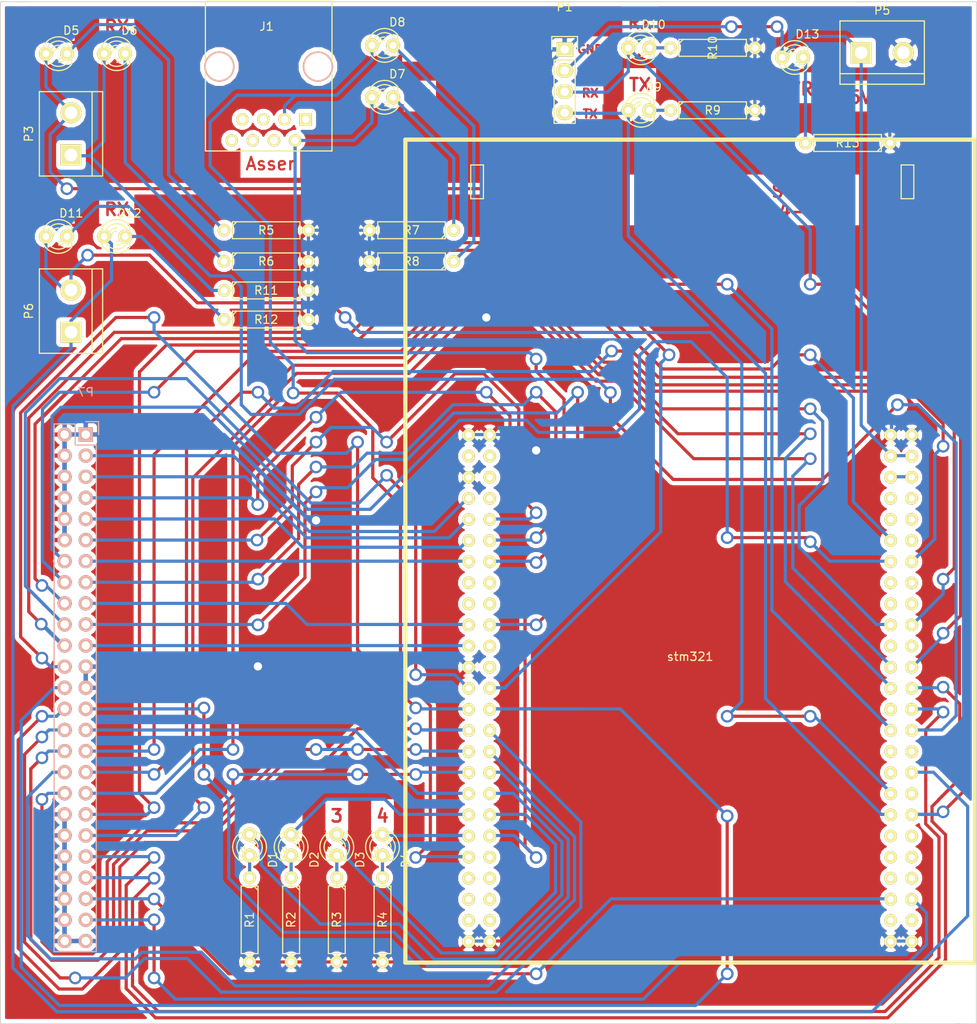
<source format=kicad_pcb>
(kicad_pcb (version 4) (host pcbnew 4.0.1-stable)
  (layers (0 F.Cu signal) (31 B.Cu signal) (34 B.Paste user) (35 F.Paste user) (36 B.SilkS user) (37 F.SilkS user) (38 B.Mask user) (39 F.Mask user) (44 Edge.Cuts user))
  (net 0 "")
  (net 1 "Net-(J1-Pad1)")
  (net 2 "Net-(J1-Pad4)")
  (net 3 "Net-(J1-Pad5)")
  (net 4 "Net-(J1-Pad6)")
  (net 5 "Net-(J1-Pad7)")
  (net 6 "Net-(J1-Pad8)")
  (net 7 GND)
  (net 8 UART4_RX)
  (net 9 UART2_TX)
  (net 10 B12)
  (net 11 "Net-(D1-Pad2)")
  (net 12 B13)
  (net 13 "Net-(D2-Pad2)")
  (net 14 B14)
  (net 15 "Net-(D3-Pad2)")
  (net 16 B15)
  (net 17 "Net-(D4-Pad2)")
  (net 18 C1)
  (net 19 C3)
  (net 20 C2)
  (net 21 A1)
  (net 22 A0)
  (net 23 A3)
  (net 24 A2)
  (net 25 C5)
  (net 26 C4)
  (net 27 B1)
  (net 28 E7)
  (net 29 E8)
  (net 30 E9)
  (net 31 E10)
  (net 32 E11)
  (net 33 E12)
  (net 34 E13)
  (net 35 E14)
  (net 36 E15)
  (net 37 B10)
  (net 38 B11)
  (net 39 E6)
  (net 40 E4)
  (net 41 E5)
  (net 42 B8)
  (net 43 B9)
  (net 44 B6)
  (net 45 B7)
  (net 46 B4)
  (net 47 B5)
  (net 48 B3)
  (net 49 C8)
  (net 50 C9)
  (net 51 "Net-(D5-Pad2)")
  (net 52 "Net-(D6-Pad2)")
  (net 53 "Net-(D7-Pad2)")
  (net 54 "Net-(D8-Pad2)")
  (net 55 "Net-(D9-Pad2)")
  (net 56 "Net-(D10-Pad2)")
  (net 57 "Net-(D11-Pad2)")
  (net 58 "Net-(D12-Pad2)")
  (net 59 UART4_TX)
  (net 60 "Net-(D13-Pad2)")
  (net 61 UART2_RX)
  (net 62 UART3_TX)
  (net 63 UART3_RX)
  (net 64 UART5_TX)
  (net 65 UART5_RX)
  (net 66 +5V)
  (net 67 "Net-(stm321-Pad3)")
  (net 68 "Net-(stm321-Pad4)")
  (net 69 "Net-(stm321-Pad6)")
  (net 70 "Net-(stm321-Pad8)")
  (net 71 "Net-(stm321-Pad15)")
  (net 72 "Net-(stm321-Pad16)")
  (net 73 "Net-(stm321-Pad17)")
  (net 74 "Net-(stm321-Pad18)")
  (net 75 "Net-(stm321-Pad22)")
  (net 76 "Net-(stm321-Pad24)")
  (net 77 "Net-(stm321-Pad42)")
  (net 78 "Net-(stm321-Pad43)")
  (net 79 "Net-(stm321-Pad44)")
  (net 80 "Net-(stm321-Pad45)")
  (net 81 "Net-(stm321-Pad46)")
  (net 82 "Net-(stm321-Pad47)")
  (net 83 "Net-(stm321-Pad48)")
  (net 84 +3V3)
  (net 85 "Net-(stm321-Pad57)")
  (net 86 "Net-(stm321-Pad58)")
  (net 87 "Net-(stm321-Pad59)")
  (net 88 "Net-(stm321-Pad60)")
  (net 89 "Net-(stm321-Pad62)")
  (net 90 "Net-(stm321-Pad65)")
  (net 91 "Net-(stm321-Pad66)")
  (net 92 "Net-(stm321-Pad67)")
  (net 93 "Net-(stm321-Pad68)")
  (net 94 "Net-(stm321-Pad71)")
  (net 95 "Net-(stm321-Pad72)")
  (net 96 "Net-(stm321-Pad77)")
  (net 97 "Net-(stm321-Pad81)")
  (net 98 "Net-(stm321-Pad82)")
  (net 99 "Net-(stm321-Pad83)")
  (net 100 "Net-(stm321-Pad86)")
  (net 101 "Net-(stm321-Pad89)")
  (net 102 "Net-(stm321-Pad90)")
  (net 103 "Net-(stm321-Pad91)")
  (net 104 "Net-(stm321-Pad92)")
  (net 105 "Net-(stm321-Pad93)")
  (net 106 "Net-(stm321-Pad94)")
  (net 107 "Net-(stm321-Pad97)")
  (net 108 "Net-(stm321-Pad98)")
  (module stm32:STM32F407 (layer F.Cu) (at 142.875 93.1545)
    (fp_text reference stm321 (at 26.67 26.67) (layer F.SilkS))
    (fp_text value STM32F407-Discovery)
    (pad 1 thru_hole circle (at 0 0) (size 1.524 1.524) (drill 0.762) (layers *.Cu *.Mask F.SilkS) (net 7 GND))
    (pad 2 thru_hole circle (at 2.54 0) (size 1.524 1.524) (drill 0.762) (layers *.Cu *.Mask F.SilkS) (net 7 GND))
    (pad 3 thru_hole circle (at 0 2.54) (size 1.524 1.524) (drill 0.762) (layers *.Cu *.Mask F.SilkS) (net 67 "Net-(stm321-Pad3)"))
    (pad 4 thru_hole circle (at 2.54 2.54) (size 1.524 1.524) (drill 0.762) (layers *.Cu *.Mask F.SilkS) (net 68 "Net-(stm321-Pad4)"))
    (pad 5 thru_hole circle (at 0 5.08) (size 1.524 1.524) (drill 0.762) (layers *.Cu *.Mask F.SilkS) (net 7 GND))
    (pad 6 thru_hole circle (at 2.54 5.08) (size 1.524 1.524) (drill 0.762) (layers *.Cu *.Mask F.SilkS) (net 69 "Net-(stm321-Pad6)"))
    (pad 7 thru_hole circle (at 0 7.62) (size 1.524 1.524) (drill 0.762) (layers *.Cu *.Mask F.SilkS) (net 18 C1))
    (pad 8 thru_hole circle (at 2.54 7.62) (size 1.524 1.524) (drill 0.762) (layers *.Cu *.Mask F.SilkS) (net 70 "Net-(stm321-Pad8)"))
    (pad 9 thru_hole circle (at 0 10.16) (size 1.524 1.524) (drill 0.762) (layers *.Cu *.Mask F.SilkS) (net 19 C3))
    (pad 10 thru_hole circle (at 2.54 10.16) (size 1.524 1.524) (drill 0.762) (layers *.Cu *.Mask F.SilkS) (net 20 C2))
    (pad 11 thru_hole circle (at 0 12.7) (size 1.524 1.524) (drill 0.762) (layers *.Cu *.Mask F.SilkS) (net 21 A1))
    (pad 12 thru_hole circle (at 2.54 12.7) (size 1.524 1.524) (drill 0.762) (layers *.Cu *.Mask F.SilkS) (net 22 A0))
    (pad 13 thru_hole circle (at 0 15.24) (size 1.524 1.524) (drill 0.762) (layers *.Cu *.Mask F.SilkS) (net 23 A3))
    (pad 14 thru_hole circle (at 2.54 15.24) (size 1.524 1.524) (drill 0.762) (layers *.Cu *.Mask F.SilkS) (net 24 A2))
    (pad 15 thru_hole circle (at 0 17.78) (size 1.524 1.524) (drill 0.762) (layers *.Cu *.Mask F.SilkS) (net 71 "Net-(stm321-Pad15)"))
    (pad 16 thru_hole circle (at 2.54 17.78) (size 1.524 1.524) (drill 0.762) (layers *.Cu *.Mask F.SilkS) (net 72 "Net-(stm321-Pad16)"))
    (pad 17 thru_hole circle (at 0 20.32) (size 1.524 1.524) (drill 0.762) (layers *.Cu *.Mask F.SilkS) (net 73 "Net-(stm321-Pad17)"))
    (pad 18 thru_hole circle (at 2.54 20.32) (size 1.524 1.524) (drill 0.762) (layers *.Cu *.Mask F.SilkS) (net 74 "Net-(stm321-Pad18)"))
    (pad 19 thru_hole circle (at 0 22.86) (size 1.524 1.524) (drill 0.762) (layers *.Cu *.Mask F.SilkS) (net 25 C5))
    (pad 20 thru_hole circle (at 2.54 22.86) (size 1.524 1.524) (drill 0.762) (layers *.Cu *.Mask F.SilkS) (net 26 C4))
    (pad 21 thru_hole circle (at 0 25.4) (size 1.524 1.524) (drill 0.762) (layers *.Cu *.Mask F.SilkS) (net 27 B1))
    (pad 22 thru_hole circle (at 2.54 25.4) (size 1.524 1.524) (drill 0.762) (layers *.Cu *.Mask F.SilkS) (net 75 "Net-(stm321-Pad22)"))
    (pad 23 thru_hole circle (at 0 27.94) (size 1.524 1.524) (drill 0.762) (layers *.Cu *.Mask F.SilkS) (net 7 GND))
    (pad 24 thru_hole circle (at 2.54 27.94) (size 1.524 1.524) (drill 0.762) (layers *.Cu *.Mask F.SilkS) (net 76 "Net-(stm321-Pad24)"))
    (pad 25 thru_hole circle (at 0 30.48) (size 1.524 1.524) (drill 0.762) (layers *.Cu *.Mask F.SilkS) (net 28 E7))
    (pad 26 thru_hole circle (at 2.54 30.48) (size 1.524 1.524) (drill 0.762) (layers *.Cu *.Mask F.SilkS) (net 29 E8))
    (pad 27 thru_hole circle (at 0 33.02) (size 1.524 1.524) (drill 0.762) (layers *.Cu *.Mask F.SilkS) (net 30 E9))
    (pad 28 thru_hole circle (at 2.54 33.02) (size 1.524 1.524) (drill 0.762) (layers *.Cu *.Mask F.SilkS) (net 31 E10))
    (pad 29 thru_hole circle (at 0 35.56) (size 1.524 1.524) (drill 0.762) (layers *.Cu *.Mask F.SilkS) (net 32 E11))
    (pad 30 thru_hole circle (at 2.54 35.56) (size 1.524 1.524) (drill 0.762) (layers *.Cu *.Mask F.SilkS) (net 33 E12))
    (pad 31 thru_hole circle (at 0 38.1) (size 1.524 1.524) (drill 0.762) (layers *.Cu *.Mask F.SilkS) (net 34 E13))
    (pad 32 thru_hole circle (at 2.54 38.1) (size 1.524 1.524) (drill 0.762) (layers *.Cu *.Mask F.SilkS) (net 35 E14))
    (pad 33 thru_hole circle (at 0 40.64) (size 1.524 1.524) (drill 0.762) (layers *.Cu *.Mask F.SilkS) (net 36 E15))
    (pad 34 thru_hole circle (at 2.54 40.64) (size 1.524 1.524) (drill 0.762) (layers *.Cu *.Mask F.SilkS) (net 37 B10))
    (pad 35 thru_hole circle (at 0 43.18) (size 1.524 1.524) (drill 0.762) (layers *.Cu *.Mask F.SilkS) (net 38 B11))
    (pad 36 thru_hole circle (at 2.54 43.18) (size 1.524 1.524) (drill 0.762) (layers *.Cu *.Mask F.SilkS) (net 10 B12))
    (pad 37 thru_hole circle (at 0 45.72) (size 1.524 1.524) (drill 0.762) (layers *.Cu *.Mask F.SilkS) (net 12 B13))
    (pad 38 thru_hole circle (at 2.54 45.72) (size 1.524 1.524) (drill 0.762) (layers *.Cu *.Mask F.SilkS) (net 14 B14))
    (pad 39 thru_hole circle (at 0 48.26) (size 1.524 1.524) (drill 0.762) (layers *.Cu *.Mask F.SilkS) (net 16 B15))
    (pad 40 thru_hole circle (at 2.54 48.26) (size 1.524 1.524) (drill 0.762) (layers *.Cu *.Mask F.SilkS) (net 62 UART3_TX))
    (pad 41 thru_hole circle (at 0 50.8) (size 1.524 1.524) (drill 0.762) (layers *.Cu *.Mask F.SilkS) (net 63 UART3_RX))
    (pad 42 thru_hole circle (at 2.54 50.8) (size 1.524 1.524) (drill 0.762) (layers *.Cu *.Mask F.SilkS) (net 77 "Net-(stm321-Pad42)"))
    (pad 43 thru_hole circle (at 0 53.34) (size 1.524 1.524) (drill 0.762) (layers *.Cu *.Mask F.SilkS) (net 78 "Net-(stm321-Pad43)"))
    (pad 44 thru_hole circle (at 2.54 53.34) (size 1.524 1.524) (drill 0.762) (layers *.Cu *.Mask F.SilkS) (net 79 "Net-(stm321-Pad44)"))
    (pad 45 thru_hole circle (at 0 55.88) (size 1.524 1.524) (drill 0.762) (layers *.Cu *.Mask F.SilkS) (net 80 "Net-(stm321-Pad45)"))
    (pad 46 thru_hole circle (at 2.54 55.88) (size 1.524 1.524) (drill 0.762) (layers *.Cu *.Mask F.SilkS) (net 81 "Net-(stm321-Pad46)"))
    (pad 47 thru_hole circle (at 0 58.42) (size 1.524 1.524) (drill 0.762) (layers *.Cu *.Mask F.SilkS) (net 82 "Net-(stm321-Pad47)"))
    (pad 48 thru_hole circle (at 2.54 58.42) (size 1.524 1.524) (drill 0.762) (layers *.Cu *.Mask F.SilkS) (net 83 "Net-(stm321-Pad48)"))
    (pad 49 thru_hole circle (at 0 60.96) (size 1.524 1.524) (drill 0.762) (layers *.Cu *.Mask F.SilkS) (net 7 GND))
    (pad 50 thru_hole circle (at 2.54 60.96) (size 1.524 1.524) (drill 0.762) (layers *.Cu *.Mask F.SilkS) (net 7 GND))
    (pad 51 thru_hole circle (at 50.8 0) (size 1.524 1.524) (drill 0.762) (layers *.Cu *.Mask F.SilkS) (net 7 GND))
    (pad 52 thru_hole circle (at 53.34 0) (size 1.524 1.524) (drill 0.762) (layers *.Cu *.Mask F.SilkS) (net 7 GND))
    (pad 53 thru_hole circle (at 50.8 2.54) (size 1.524 1.524) (drill 0.762) (layers *.Cu *.Mask F.SilkS) (net 66 +5V))
    (pad 54 thru_hole circle (at 53.34 2.54) (size 1.524 1.524) (drill 0.762) (layers *.Cu *.Mask F.SilkS) (net 66 +5V))
    (pad 55 thru_hole circle (at 50.8 5.08) (size 1.524 1.524) (drill 0.762) (layers *.Cu *.Mask F.SilkS) (net 84 +3V3))
    (pad 56 thru_hole circle (at 53.34 5.08) (size 1.524 1.524) (drill 0.762) (layers *.Cu *.Mask F.SilkS) (net 84 +3V3))
    (pad 57 thru_hole circle (at 50.8 7.62) (size 1.524 1.524) (drill 0.762) (layers *.Cu *.Mask F.SilkS) (net 85 "Net-(stm321-Pad57)"))
    (pad 58 thru_hole circle (at 53.34 7.62) (size 1.524 1.524) (drill 0.762) (layers *.Cu *.Mask F.SilkS) (net 86 "Net-(stm321-Pad58)"))
    (pad 59 thru_hole circle (at 50.8 10.16) (size 1.524 1.524) (drill 0.762) (layers *.Cu *.Mask F.SilkS) (net 87 "Net-(stm321-Pad59)"))
    (pad 60 thru_hole circle (at 53.34 10.16) (size 1.524 1.524) (drill 0.762) (layers *.Cu *.Mask F.SilkS) (net 88 "Net-(stm321-Pad60)"))
    (pad 61 thru_hole circle (at 50.8 12.7) (size 1.524 1.524) (drill 0.762) (layers *.Cu *.Mask F.SilkS) (net 39 E6))
    (pad 62 thru_hole circle (at 53.34 12.7) (size 1.524 1.524) (drill 0.762) (layers *.Cu *.Mask F.SilkS) (net 89 "Net-(stm321-Pad62)"))
    (pad 63 thru_hole circle (at 50.8 15.24) (size 1.524 1.524) (drill 0.762) (layers *.Cu *.Mask F.SilkS) (net 40 E4))
    (pad 64 thru_hole circle (at 53.34 15.24) (size 1.524 1.524) (drill 0.762) (layers *.Cu *.Mask F.SilkS) (net 41 E5))
    (pad 65 thru_hole circle (at 50.8 17.78) (size 1.524 1.524) (drill 0.762) (layers *.Cu *.Mask F.SilkS) (net 90 "Net-(stm321-Pad65)"))
    (pad 66 thru_hole circle (at 53.34 17.78) (size 1.524 1.524) (drill 0.762) (layers *.Cu *.Mask F.SilkS) (net 91 "Net-(stm321-Pad66)"))
    (pad 67 thru_hole circle (at 50.8 20.32) (size 1.524 1.524) (drill 0.762) (layers *.Cu *.Mask F.SilkS) (net 92 "Net-(stm321-Pad67)"))
    (pad 68 thru_hole circle (at 53.34 20.32) (size 1.524 1.524) (drill 0.762) (layers *.Cu *.Mask F.SilkS) (net 93 "Net-(stm321-Pad68)"))
    (pad 69 thru_hole circle (at 50.8 22.86) (size 1.524 1.524) (drill 0.762) (layers *.Cu *.Mask F.SilkS) (net 42 B8))
    (pad 70 thru_hole circle (at 53.34 22.86) (size 1.524 1.524) (drill 0.762) (layers *.Cu *.Mask F.SilkS) (net 43 B9))
    (pad 71 thru_hole circle (at 50.8 25.4) (size 1.524 1.524) (drill 0.762) (layers *.Cu *.Mask F.SilkS) (net 94 "Net-(stm321-Pad71)"))
    (pad 72 thru_hole circle (at 53.34 25.4) (size 1.524 1.524) (drill 0.762) (layers *.Cu *.Mask F.SilkS) (net 95 "Net-(stm321-Pad72)"))
    (pad 73 thru_hole circle (at 50.8 27.94) (size 1.524 1.524) (drill 0.762) (layers *.Cu *.Mask F.SilkS) (net 44 B6))
    (pad 74 thru_hole circle (at 53.34 27.94) (size 1.524 1.524) (drill 0.762) (layers *.Cu *.Mask F.SilkS) (net 45 B7))
    (pad 75 thru_hole circle (at 50.8 30.48) (size 1.524 1.524) (drill 0.762) (layers *.Cu *.Mask F.SilkS) (net 46 B4))
    (pad 76 thru_hole circle (at 53.34 30.48) (size 1.524 1.524) (drill 0.762) (layers *.Cu *.Mask F.SilkS) (net 47 B5))
    (pad 77 thru_hole circle (at 50.8 33.02) (size 1.524 1.524) (drill 0.762) (layers *.Cu *.Mask F.SilkS) (net 96 "Net-(stm321-Pad77)"))
    (pad 78 thru_hole circle (at 53.34 33.02) (size 1.524 1.524) (drill 0.762) (layers *.Cu *.Mask F.SilkS) (net 48 B3))
    (pad 79 thru_hole circle (at 50.8 35.56) (size 1.524 1.524) (drill 0.762) (layers *.Cu *.Mask F.SilkS) (net 9 UART2_TX))
    (pad 80 thru_hole circle (at 53.34 35.56) (size 1.524 1.524) (drill 0.762) (layers *.Cu *.Mask F.SilkS) (net 61 UART2_RX))
    (pad 81 thru_hole circle (at 50.8 38.1) (size 1.524 1.524) (drill 0.762) (layers *.Cu *.Mask F.SilkS) (net 97 "Net-(stm321-Pad81)"))
    (pad 82 thru_hole circle (at 53.34 38.1) (size 1.524 1.524) (drill 0.762) (layers *.Cu *.Mask F.SilkS) (net 98 "Net-(stm321-Pad82)"))
    (pad 83 thru_hole circle (at 50.8 40.64) (size 1.524 1.524) (drill 0.762) (layers *.Cu *.Mask F.SilkS) (net 99 "Net-(stm321-Pad83)"))
    (pad 84 thru_hole circle (at 53.34 40.64) (size 1.524 1.524) (drill 0.762) (layers *.Cu *.Mask F.SilkS) (net 65 UART5_RX))
    (pad 85 thru_hole circle (at 50.8 43.18) (size 1.524 1.524) (drill 0.762) (layers *.Cu *.Mask F.SilkS) (net 64 UART5_TX))
    (pad 86 thru_hole circle (at 53.34 43.18) (size 1.524 1.524) (drill 0.762) (layers *.Cu *.Mask F.SilkS) (net 100 "Net-(stm321-Pad86)"))
    (pad 87 thru_hole circle (at 50.8 45.72) (size 1.524 1.524) (drill 0.762) (layers *.Cu *.Mask F.SilkS) (net 59 UART4_TX))
    (pad 88 thru_hole circle (at 53.34 45.72) (size 1.524 1.524) (drill 0.762) (layers *.Cu *.Mask F.SilkS) (net 8 UART4_RX))
    (pad 89 thru_hole circle (at 50.8 48.26) (size 1.524 1.524) (drill 0.762) (layers *.Cu *.Mask F.SilkS) (net 101 "Net-(stm321-Pad89)"))
    (pad 90 thru_hole circle (at 53.34 48.26) (size 1.524 1.524) (drill 0.762) (layers *.Cu *.Mask F.SilkS) (net 102 "Net-(stm321-Pad90)"))
    (pad 91 thru_hole circle (at 50.8 50.8) (size 1.524 1.524) (drill 0.762) (layers *.Cu *.Mask F.SilkS) (net 103 "Net-(stm321-Pad91)"))
    (pad 92 thru_hole circle (at 53.34 50.8) (size 1.524 1.524) (drill 0.762) (layers *.Cu *.Mask F.SilkS) (net 104 "Net-(stm321-Pad92)"))
    (pad 93 thru_hole circle (at 50.8 53.34) (size 1.524 1.524) (drill 0.762) (layers *.Cu *.Mask F.SilkS) (net 105 "Net-(stm321-Pad93)"))
    (pad 94 thru_hole circle (at 53.34 53.34) (size 1.524 1.524) (drill 0.762) (layers *.Cu *.Mask F.SilkS) (net 106 "Net-(stm321-Pad94)"))
    (pad 95 thru_hole circle (at 50.8 55.88) (size 1.524 1.524) (drill 0.762) (layers *.Cu *.Mask F.SilkS) (net 49 C8))
    (pad 96 thru_hole circle (at 53.34 55.88) (size 1.524 1.524) (drill 0.762) (layers *.Cu *.Mask F.SilkS) (net 50 C9))
    (pad 97 thru_hole circle (at 50.8 58.42) (size 1.524 1.524) (drill 0.762) (layers *.Cu *.Mask F.SilkS) (net 107 "Net-(stm321-Pad97)"))
    (pad 98 thru_hole circle (at 53.34 58.42) (size 1.524 1.524) (drill 0.762) (layers *.Cu *.Mask F.SilkS) (net 108 "Net-(stm321-Pad98)"))
    (pad 99 thru_hole circle (at 50.8 60.96) (size 1.524 1.524) (drill 0.762) (layers *.Cu *.Mask F.SilkS) (net 7 GND))
    (pad 100 thru_hole circle (at 53.34 60.96) (size 1.524 1.524) (drill 0.762) (layers *.Cu *.Mask F.SilkS) (net 7 GND))
  )
  (module Connect:bornier2 (layer F.Cu) (at 192.659 47.117)
    (fp_text reference P5 (at 0 -5.08) (layer F.SilkS))
    (fp_text value CONN_01X02)
    (pad 1 thru_hole rect (at -2.54 0) (size 2.54 2.54) (drill 1.524) (layers *.Cu *.Mask F.SilkS) (net 66 +5V))
    (pad 2 thru_hole circle (at 2.54 0) (size 2.54 2.54) (drill 1.524) (layers *.Cu *.Mask F.SilkS) (net 7 GND))
  )
  (module Pin_Headers:Pin_Header_Straight_2x25 (layer B.Cu) (at 96.774 93.091 180)
    (fp_text reference P7 (at 0 5.1 180) (layer B.SilkS) (effects (justify mirror)))
    (fp_text value CONN_02X25)
    (pad 1 thru_hole rect (at 0 0 180) (size 1.7272 1.7272) (drill 1.016) (layers *.Cu *.Mask B.SilkS) (net 7 GND))
    (pad 2 thru_hole oval (at 2.54 0 180) (size 1.7272 1.7272) (drill 1.016) (layers *.Cu *.Mask B.SilkS) (net 7 GND))
    (pad 3 thru_hole oval (at 0 -2.54 180) (size 1.7272 1.7272) (drill 1.016) (layers *.Cu *.Mask B.SilkS) (net 18 C1))
    (pad 4 thru_hole oval (at 2.54 -2.54 180) (size 1.7272 1.7272) (drill 1.016) (layers *.Cu *.Mask B.SilkS) (net 7 GND))
    (pad 5 thru_hole oval (at 0 -5.08 180) (size 1.7272 1.7272) (drill 1.016) (layers *.Cu *.Mask B.SilkS) (net 19 C3))
    (pad 6 thru_hole oval (at 2.54 -5.08 180) (size 1.7272 1.7272) (drill 1.016) (layers *.Cu *.Mask B.SilkS) (net 7 GND))
    (pad 7 thru_hole oval (at 0 -7.62 180) (size 1.7272 1.7272) (drill 1.016) (layers *.Cu *.Mask B.SilkS) (net 20 C2))
    (pad 8 thru_hole oval (at 2.54 -7.62 180) (size 1.7272 1.7272) (drill 1.016) (layers *.Cu *.Mask B.SilkS) (net 7 GND))
    (pad 9 thru_hole oval (at 0 -10.16 180) (size 1.7272 1.7272) (drill 1.016) (layers *.Cu *.Mask B.SilkS) (net 21 A1))
    (pad 10 thru_hole oval (at 2.54 -10.16 180) (size 1.7272 1.7272) (drill 1.016) (layers *.Cu *.Mask B.SilkS) (net 7 GND))
    (pad 11 thru_hole oval (at 0 -12.7 180) (size 1.7272 1.7272) (drill 1.016) (layers *.Cu *.Mask B.SilkS) (net 22 A0))
    (pad 12 thru_hole oval (at 2.54 -12.7 180) (size 1.7272 1.7272) (drill 1.016) (layers *.Cu *.Mask B.SilkS) (net 7 GND))
    (pad 13 thru_hole oval (at 0 -15.24 180) (size 1.7272 1.7272) (drill 1.016) (layers *.Cu *.Mask B.SilkS) (net 23 A3))
    (pad 14 thru_hole oval (at 2.54 -15.24 180) (size 1.7272 1.7272) (drill 1.016) (layers *.Cu *.Mask B.SilkS) (net 40 E4))
    (pad 15 thru_hole oval (at 0 -17.78 180) (size 1.7272 1.7272) (drill 1.016) (layers *.Cu *.Mask B.SilkS) (net 24 A2))
    (pad 16 thru_hole oval (at 2.54 -17.78 180) (size 1.7272 1.7272) (drill 1.016) (layers *.Cu *.Mask B.SilkS) (net 41 E5))
    (pad 17 thru_hole oval (at 0 -20.32 180) (size 1.7272 1.7272) (drill 1.016) (layers *.Cu *.Mask B.SilkS) (net 25 C5))
    (pad 18 thru_hole oval (at 2.54 -20.32 180) (size 1.7272 1.7272) (drill 1.016) (layers *.Cu *.Mask B.SilkS) (net 39 E6))
    (pad 19 thru_hole oval (at 0 -22.86 180) (size 1.7272 1.7272) (drill 1.016) (layers *.Cu *.Mask B.SilkS) (net 26 C4))
    (pad 20 thru_hole oval (at 2.54 -22.86 180) (size 1.7272 1.7272) (drill 1.016) (layers *.Cu *.Mask B.SilkS) (net 28 E7))
    (pad 21 thru_hole oval (at 0 -25.4 180) (size 1.7272 1.7272) (drill 1.016) (layers *.Cu *.Mask B.SilkS) (net 27 B1))
    (pad 22 thru_hole oval (at 2.54 -25.4 180) (size 1.7272 1.7272) (drill 1.016) (layers *.Cu *.Mask B.SilkS) (net 29 E8))
    (pad 23 thru_hole oval (at 0 -27.94 180) (size 1.7272 1.7272) (drill 1.016) (layers *.Cu *.Mask B.SilkS) (net 7 GND))
    (pad 24 thru_hole oval (at 2.54 -27.94 180) (size 1.7272 1.7272) (drill 1.016) (layers *.Cu *.Mask B.SilkS) (net 30 E9))
    (pad 25 thru_hole oval (at 0 -30.48 180) (size 1.7272 1.7272) (drill 1.016) (layers *.Cu *.Mask B.SilkS) (net 7 GND))
    (pad 26 thru_hole oval (at 2.54 -30.48 180) (size 1.7272 1.7272) (drill 1.016) (layers *.Cu *.Mask B.SilkS) (net 31 E10))
    (pad 27 thru_hole oval (at 0 -33.02 180) (size 1.7272 1.7272) (drill 1.016) (layers *.Cu *.Mask B.SilkS) (net 37 B10))
    (pad 28 thru_hole oval (at 2.54 -33.02 180) (size 1.7272 1.7272) (drill 1.016) (layers *.Cu *.Mask B.SilkS) (net 32 E11))
    (pad 29 thru_hole oval (at 0 -35.56 180) (size 1.7272 1.7272) (drill 1.016) (layers *.Cu *.Mask B.SilkS) (net 38 B11))
    (pad 30 thru_hole oval (at 2.54 -35.56 180) (size 1.7272 1.7272) (drill 1.016) (layers *.Cu *.Mask B.SilkS) (net 33 E12))
    (pad 31 thru_hole oval (at 0 -38.1 180) (size 1.7272 1.7272) (drill 1.016) (layers *.Cu *.Mask B.SilkS) (net 42 B8))
    (pad 32 thru_hole oval (at 2.54 -38.1 180) (size 1.7272 1.7272) (drill 1.016) (layers *.Cu *.Mask B.SilkS) (net 34 E13))
    (pad 33 thru_hole oval (at 0 -40.64 180) (size 1.7272 1.7272) (drill 1.016) (layers *.Cu *.Mask B.SilkS) (net 43 B9))
    (pad 34 thru_hole oval (at 2.54 -40.64 180) (size 1.7272 1.7272) (drill 1.016) (layers *.Cu *.Mask B.SilkS) (net 35 E14))
    (pad 35 thru_hole oval (at 0 -43.18 180) (size 1.7272 1.7272) (drill 1.016) (layers *.Cu *.Mask B.SilkS) (net 44 B6))
    (pad 36 thru_hole oval (at 2.54 -43.18 180) (size 1.7272 1.7272) (drill 1.016) (layers *.Cu *.Mask B.SilkS) (net 36 E15))
    (pad 37 thru_hole oval (at 0 -45.72 180) (size 1.7272 1.7272) (drill 1.016) (layers *.Cu *.Mask B.SilkS) (net 45 B7))
    (pad 38 thru_hole oval (at 2.54 -45.72 180) (size 1.7272 1.7272) (drill 1.016) (layers *.Cu *.Mask B.SilkS) (net 7 GND))
    (pad 39 thru_hole oval (at 0 -48.26 180) (size 1.7272 1.7272) (drill 1.016) (layers *.Cu *.Mask B.SilkS) (net 46 B4))
    (pad 40 thru_hole oval (at 2.54 -48.26 180) (size 1.7272 1.7272) (drill 1.016) (layers *.Cu *.Mask B.SilkS) (net 7 GND))
    (pad 41 thru_hole oval (at 0 -50.8 180) (size 1.7272 1.7272) (drill 1.016) (layers *.Cu *.Mask B.SilkS) (net 47 B5))
    (pad 42 thru_hole oval (at 2.54 -50.8 180) (size 1.7272 1.7272) (drill 1.016) (layers *.Cu *.Mask B.SilkS) (net 7 GND))
    (pad 43 thru_hole oval (at 0 -53.34 180) (size 1.7272 1.7272) (drill 1.016) (layers *.Cu *.Mask B.SilkS) (net 48 B3))
    (pad 44 thru_hole oval (at 2.54 -53.34 180) (size 1.7272 1.7272) (drill 1.016) (layers *.Cu *.Mask B.SilkS) (net 7 GND))
    (pad 45 thru_hole oval (at 0 -55.88 180) (size 1.7272 1.7272) (drill 1.016) (layers *.Cu *.Mask B.SilkS) (net 49 C8))
    (pad 46 thru_hole oval (at 2.54 -55.88 180) (size 1.7272 1.7272) (drill 1.016) (layers *.Cu *.Mask B.SilkS) (net 7 GND))
    (pad 47 thru_hole oval (at 0 -58.42 180) (size 1.7272 1.7272) (drill 1.016) (layers *.Cu *.Mask B.SilkS) (net 50 C9))
    (pad 48 thru_hole oval (at 2.54 -58.42 180) (size 1.7272 1.7272) (drill 1.016) (layers *.Cu *.Mask B.SilkS) (net 7 GND))
    (pad 49 thru_hole oval (at 0 -60.96 180) (size 1.7272 1.7272) (drill 1.016) (layers *.Cu *.Mask B.SilkS) (net 7 GND))
    (pad 50 thru_hole oval (at 2.54 -60.96 180) (size 1.7272 1.7272) (drill 1.016) (layers *.Cu *.Mask B.SilkS) (net 7 GND))
  )
  (module Connect:bornier2 (layer F.Cu) (at 94.996 78.232 90)
    (fp_text reference P6 (at 0 -5.08 90) (layer F.SilkS))
    (fp_text value CONN_01X02)
    (pad 1 thru_hole rect (at -2.54 0 90) (size 2.54 2.54) (drill 1.524) (layers *.Cu *.Mask F.SilkS) (net 65 UART5_RX))
    (pad 2 thru_hole circle (at 2.54 0 90) (size 2.54 2.54) (drill 1.524) (layers *.Cu *.Mask F.SilkS) (net 64 UART5_TX))
  )
  (module Connect:bornier2 (layer F.Cu) (at 94.996 56.896 90)
    (fp_text reference P3 (at 0 -5.08 90) (layer F.SilkS))
    (fp_text value CONN_01X02)
    (pad 1 thru_hole rect (at -2.54 0 90) (size 2.54 2.54) (drill 1.524) (layers *.Cu *.Mask F.SilkS) (net 61 UART2_RX))
    (pad 2 thru_hole circle (at 2.54 0 90) (size 2.54 2.54) (drill 1.524) (layers *.Cu *.Mask F.SilkS) (net 9 UART2_TX))
  )
  (module Pin_Headers:Pin_Header_Straight_1x04 (layer F.Cu) (at 154.432 46.736)
    (fp_text reference P1 (at 0 -5.1) (layer F.SilkS))
    (fp_text value CONN_01X04)
    (pad 1 thru_hole rect (at 0 0) (size 2.032 1.7272) (drill 1.016) (layers *.Cu *.Mask F.SilkS) (net 7 GND))
    (pad 2 thru_hole oval (at 0 2.54) (size 2.032 1.7272) (drill 1.016) (layers *.Cu *.Mask F.SilkS) (net 66 +5V))
    (pad 3 thru_hole oval (at 0 5.08) (size 2.032 1.7272) (drill 1.016) (layers *.Cu *.Mask F.SilkS) (net 8 UART4_RX))
    (pad 4 thru_hole oval (at 0 7.62) (size 2.032 1.7272) (drill 1.016) (layers *.Cu *.Mask F.SilkS) (net 59 UART4_TX))
  )
  (module Discret:R4 (layer F.Cu) (at 132.5 151.5 270)
    (fp_text reference R4 (at 0 0 270) (layer F.SilkS))
    (fp_text value R)
    (pad 1 thru_hole circle (at -5.08 0 270) (size 1.524 1.524) (drill 0.8128) (layers *.Cu *.Mask F.SilkS) (net 17 "Net-(D4-Pad2)"))
    (pad 2 thru_hole circle (at 5.08 0 270) (size 1.524 1.524) (drill 0.8128) (layers *.Cu *.Mask F.SilkS) (net 7 GND))
  )
  (module Discret:R4 (layer F.Cu) (at 127 151.5 270)
    (fp_text reference R3 (at 0 0 270) (layer F.SilkS))
    (fp_text value R)
    (pad 1 thru_hole circle (at -5.08 0 270) (size 1.524 1.524) (drill 0.8128) (layers *.Cu *.Mask F.SilkS) (net 15 "Net-(D3-Pad2)"))
    (pad 2 thru_hole circle (at 5.08 0 270) (size 1.524 1.524) (drill 0.8128) (layers *.Cu *.Mask F.SilkS) (net 7 GND))
  )
  (module Discret:R4 (layer F.Cu) (at 121.5 151.5 270)
    (fp_text reference R2 (at 0 0 270) (layer F.SilkS))
    (fp_text value R)
    (pad 1 thru_hole circle (at -5.08 0 270) (size 1.524 1.524) (drill 0.8128) (layers *.Cu *.Mask F.SilkS) (net 13 "Net-(D2-Pad2)"))
    (pad 2 thru_hole circle (at 5.08 0 270) (size 1.524 1.524) (drill 0.8128) (layers *.Cu *.Mask F.SilkS) (net 7 GND))
  )
  (module Discret:R4 (layer F.Cu) (at 116.5 151.5 270)
    (fp_text reference R1 (at 0 0 270) (layer F.SilkS))
    (fp_text value R)
    (pad 1 thru_hole circle (at -5.08 0 270) (size 1.524 1.524) (drill 0.8128) (layers *.Cu *.Mask F.SilkS) (net 11 "Net-(D1-Pad2)"))
    (pad 2 thru_hole circle (at 5.08 0 270) (size 1.524 1.524) (drill 0.8128) (layers *.Cu *.Mask F.SilkS) (net 7 GND))
  )
  (module LEDs:LED-3MM (layer F.Cu) (at 132.5 142.5 270)
    (fp_text reference D4 (at 1.778 -2.794 270) (layer F.SilkS))
    (fp_text value LED)
    (pad 1 thru_hole circle (at -1.27 0 270) (size 1.6764 1.6764) (drill 0.8128) (layers *.Cu *.Mask F.SilkS) (net 16 B15))
    (pad 2 thru_hole circle (at 1.27 0 270) (size 1.6764 1.6764) (drill 0.8128) (layers *.Cu *.Mask F.SilkS) (net 17 "Net-(D4-Pad2)"))
  )
  (module LEDs:LED-3MM (layer F.Cu) (at 127 142.5 270)
    (fp_text reference D3 (at 1.778 -2.794 270) (layer F.SilkS))
    (fp_text value LED)
    (pad 1 thru_hole circle (at -1.27 0 270) (size 1.6764 1.6764) (drill 0.8128) (layers *.Cu *.Mask F.SilkS) (net 14 B14))
    (pad 2 thru_hole circle (at 1.27 0 270) (size 1.6764 1.6764) (drill 0.8128) (layers *.Cu *.Mask F.SilkS) (net 15 "Net-(D3-Pad2)"))
  )
  (module LEDs:LED-3MM (layer F.Cu) (at 121.5 142.5 270)
    (fp_text reference D2 (at 1.778 -2.794 270) (layer F.SilkS))
    (fp_text value LED)
    (pad 1 thru_hole circle (at -1.27 0 270) (size 1.6764 1.6764) (drill 0.8128) (layers *.Cu *.Mask F.SilkS) (net 12 B13))
    (pad 2 thru_hole circle (at 1.27 0 270) (size 1.6764 1.6764) (drill 0.8128) (layers *.Cu *.Mask F.SilkS) (net 13 "Net-(D2-Pad2)"))
  )
  (module LEDs:LED-3MM (layer F.Cu) (at 116.5 142.5 270)
    (fp_text reference D1 (at 1.778 -2.794 270) (layer F.SilkS))
    (fp_text value LED)
    (pad 1 thru_hole circle (at -1.27 0 270) (size 1.6764 1.6764) (drill 0.8128) (layers *.Cu *.Mask F.SilkS) (net 10 B12))
    (pad 2 thru_hole circle (at 1.27 0 270) (size 1.6764 1.6764) (drill 0.8128) (layers *.Cu *.Mask F.SilkS) (net 11 "Net-(D1-Pad2)"))
  )
  (module LEDs:LED-3MM (layer F.Cu) (at 181.88 47.705)
    (fp_text reference D13 (at 1.778 -2.794) (layer F.SilkS))
    (fp_text value LED)
    (pad 1 thru_hole circle (at -1.27 0) (size 1.6764 1.6764) (drill 0.8128) (layers *.Cu *.Mask F.SilkS) (net 66 +5V))
    (pad 2 thru_hole circle (at 1.27 0) (size 1.6764 1.6764) (drill 0.8128) (layers *.Cu *.Mask F.SilkS) (net 60 "Net-(D13-Pad2)"))
  )
  (module LEDs:LED-3MM (layer F.Cu) (at 163.365 46.547)
    (fp_text reference D10 (at 1.778 -2.794) (layer F.SilkS))
    (fp_text value LED)
    (pad 1 thru_hole circle (at -1.27 0) (size 1.6764 1.6764) (drill 0.8128) (layers *.Cu *.Mask F.SilkS) (net 8 UART4_RX))
    (pad 2 thru_hole circle (at 1.27 0) (size 1.6764 1.6764) (drill 0.8128) (layers *.Cu *.Mask F.SilkS) (net 56 "Net-(D10-Pad2)"))
  )
  (module LEDs:LED-3MM (layer F.Cu) (at 163.365 54.062)
    (fp_text reference D9 (at 1.778 -2.794) (layer F.SilkS))
    (fp_text value LED)
    (pad 1 thru_hole circle (at -1.27 0) (size 1.6764 1.6764) (drill 0.8128) (layers *.Cu *.Mask F.SilkS) (net 59 UART4_TX))
    (pad 2 thru_hole circle (at 1.27 0) (size 1.6764 1.6764) (drill 0.8128) (layers *.Cu *.Mask F.SilkS) (net 55 "Net-(D9-Pad2)"))
  )
  (module Discret:R4 (layer F.Cu) (at 188.5 58 180)
    (fp_text reference R13 (at 0 0 180) (layer F.SilkS))
    (fp_text value R)
    (pad 1 thru_hole circle (at -5.08 0 180) (size 1.524 1.524) (drill 0.8128) (layers *.Cu *.Mask F.SilkS) (net 7 GND))
    (pad 2 thru_hole circle (at 5.08 0 180) (size 1.524 1.524) (drill 0.8128) (layers *.Cu *.Mask F.SilkS) (net 60 "Net-(D13-Pad2)"))
  )
  (module Discret:R4 (layer F.Cu) (at 136 68.5 180)
    (fp_text reference R7 (at 0 0 180) (layer F.SilkS))
    (fp_text value R)
    (pad 1 thru_hole circle (at -5.08 0 180) (size 1.524 1.524) (drill 0.8128) (layers *.Cu *.Mask F.SilkS) (net 53 "Net-(D7-Pad2)"))
    (pad 2 thru_hole circle (at 5.08 0 180) (size 1.524 1.524) (drill 0.8128) (layers *.Cu *.Mask F.SilkS) (net 7 GND))
  )
  (module Discret:R4 (layer F.Cu) (at 136 72.25 180)
    (fp_text reference R8 (at 0 0 180) (layer F.SilkS))
    (fp_text value R)
    (pad 1 thru_hole circle (at -5.08 0 180) (size 1.524 1.524) (drill 0.8128) (layers *.Cu *.Mask F.SilkS) (net 54 "Net-(D8-Pad2)"))
    (pad 2 thru_hole circle (at 5.08 0 180) (size 1.524 1.524) (drill 0.8128) (layers *.Cu *.Mask F.SilkS) (net 7 GND))
  )
  (module Discret:R4 (layer F.Cu) (at 118.5 68.5)
    (fp_text reference R5 (at 0 0) (layer F.SilkS))
    (fp_text value R)
    (pad 1 thru_hole circle (at -5.08 0) (size 1.524 1.524) (drill 0.8128) (layers *.Cu *.Mask F.SilkS) (net 51 "Net-(D5-Pad2)"))
    (pad 2 thru_hole circle (at 5.08 0) (size 1.524 1.524) (drill 0.8128) (layers *.Cu *.Mask F.SilkS) (net 7 GND))
  )
  (module Discret:R4 (layer F.Cu) (at 118.5 72.25)
    (fp_text reference R6 (at 0 0) (layer F.SilkS))
    (fp_text value R)
    (pad 1 thru_hole circle (at -5.08 0) (size 1.524 1.524) (drill 0.8128) (layers *.Cu *.Mask F.SilkS) (net 52 "Net-(D6-Pad2)"))
    (pad 2 thru_hole circle (at 5.08 0) (size 1.524 1.524) (drill 0.8128) (layers *.Cu *.Mask F.SilkS) (net 7 GND))
  )
  (module LEDs:LED-3MM (layer F.Cu) (at 132.5 52.5)
    (fp_text reference D7 (at 1.778 -2.794) (layer F.SilkS))
    (fp_text value LED)
    (pad 1 thru_hole circle (at -1.27 0) (size 1.6764 1.6764) (drill 0.8128) (layers *.Cu *.Mask F.SilkS) (net 62 UART3_TX))
    (pad 2 thru_hole circle (at 1.27 0) (size 1.6764 1.6764) (drill 0.8128) (layers *.Cu *.Mask F.SilkS) (net 53 "Net-(D7-Pad2)"))
  )
  (module LEDs:LED-3MM (layer F.Cu) (at 100.25 47.25)
    (fp_text reference D6 (at 1.778 -2.794) (layer F.SilkS))
    (fp_text value LED)
    (pad 1 thru_hole circle (at -1.27 0) (size 1.6764 1.6764) (drill 0.8128) (layers *.Cu *.Mask F.SilkS) (net 61 UART2_RX))
    (pad 2 thru_hole circle (at 1.27 0) (size 1.6764 1.6764) (drill 0.8128) (layers *.Cu *.Mask F.SilkS) (net 52 "Net-(D6-Pad2)"))
  )
  (module LEDs:LED-3MM (layer F.Cu) (at 93.25 47.25)
    (fp_text reference D5 (at 1.778 -2.794) (layer F.SilkS))
    (fp_text value LED)
    (pad 1 thru_hole circle (at -1.27 0) (size 1.6764 1.6764) (drill 0.8128) (layers *.Cu *.Mask F.SilkS) (net 9 UART2_TX))
    (pad 2 thru_hole circle (at 1.27 0) (size 1.6764 1.6764) (drill 0.8128) (layers *.Cu *.Mask F.SilkS) (net 51 "Net-(D5-Pad2)"))
  )
  (module Connect:RJ45_8 (layer F.Cu) (at 118.8 48.8 180)
    (fp_text reference J1 (at 0.254 4.826 180) (layer F.SilkS))
    (fp_text value RJ45)
    (pad Hole np_thru_hole circle (at 5.93852 0 180) (size 3.64998 3.64998) (drill 3.2512) (layers *.Cu *.SilkS *.Mask))
    (pad Hole np_thru_hole circle (at -5.9309 0 180) (size 3.64998 3.64998) (drill 3.2512) (layers *.Cu *.SilkS *.Mask))
    (pad 1 thru_hole rect (at -4.445 -6.35 180) (size 1.50114 1.50114) (drill 0.89916) (layers *.Cu *.Mask F.SilkS) (net 1 "Net-(J1-Pad1)"))
    (pad 2 thru_hole circle (at -3.175 -8.89 180) (size 1.50114 1.50114) (drill 0.89916) (layers *.Cu *.Mask F.SilkS) (net 62 UART3_TX))
    (pad 3 thru_hole circle (at -1.905 -6.35 180) (size 1.50114 1.50114) (drill 0.89916) (layers *.Cu *.Mask F.SilkS) (net 63 UART3_RX))
    (pad 4 thru_hole circle (at -0.635 -8.89 180) (size 1.50114 1.50114) (drill 0.89916) (layers *.Cu *.Mask F.SilkS) (net 2 "Net-(J1-Pad4)"))
    (pad 5 thru_hole circle (at 0.635 -6.35 180) (size 1.50114 1.50114) (drill 0.89916) (layers *.Cu *.Mask F.SilkS) (net 3 "Net-(J1-Pad5)"))
    (pad 6 thru_hole circle (at 1.905 -8.89 180) (size 1.50114 1.50114) (drill 0.89916) (layers *.Cu *.Mask F.SilkS) (net 4 "Net-(J1-Pad6)"))
    (pad 7 thru_hole circle (at 3.175 -6.35 180) (size 1.50114 1.50114) (drill 0.89916) (layers *.Cu *.Mask F.SilkS) (net 5 "Net-(J1-Pad7)"))
    (pad 8 thru_hole circle (at 4.445 -8.89 180) (size 1.50114 1.50114) (drill 0.89916) (layers *.Cu *.Mask F.SilkS) (net 6 "Net-(J1-Pad8)"))
  )
  (module LEDs:LED-3MM (layer F.Cu) (at 132.5 46.25)
    (fp_text reference D8 (at 1.778 -2.794) (layer F.SilkS))
    (fp_text value LED)
    (pad 1 thru_hole circle (at -1.27 0) (size 1.6764 1.6764) (drill 0.8128) (layers *.Cu *.Mask F.SilkS) (net 63 UART3_RX))
    (pad 2 thru_hole circle (at 1.27 0) (size 1.6764 1.6764) (drill 0.8128) (layers *.Cu *.Mask F.SilkS) (net 54 "Net-(D8-Pad2)"))
  )
  (module Discret:R4 (layer F.Cu) (at 118.5 79.25)
    (fp_text reference R12 (at 0 0) (layer F.SilkS))
    (fp_text value R)
    (pad 1 thru_hole circle (at -5.08 0) (size 1.524 1.524) (drill 0.8128) (layers *.Cu *.Mask F.SilkS) (net 58 "Net-(D12-Pad2)"))
    (pad 2 thru_hole circle (at 5.08 0) (size 1.524 1.524) (drill 0.8128) (layers *.Cu *.Mask F.SilkS) (net 7 GND))
  )
  (module LEDs:LED-3MM (layer F.Cu) (at 100.25 69.25)
    (fp_text reference D12 (at 1.778 -2.794) (layer F.SilkS))
    (fp_text value LED)
    (pad 1 thru_hole circle (at -1.27 0) (size 1.6764 1.6764) (drill 0.8128) (layers *.Cu *.Mask F.SilkS) (net 65 UART5_RX))
    (pad 2 thru_hole circle (at 1.27 0) (size 1.6764 1.6764) (drill 0.8128) (layers *.Cu *.Mask F.SilkS) (net 58 "Net-(D12-Pad2)"))
  )
  (module LEDs:LED-3MM (layer F.Cu) (at 93.25 69.25)
    (fp_text reference D11 (at 1.778 -2.794) (layer F.SilkS))
    (fp_text value LED)
    (pad 1 thru_hole circle (at -1.27 0) (size 1.6764 1.6764) (drill 0.8128) (layers *.Cu *.Mask F.SilkS) (net 64 UART5_TX))
    (pad 2 thru_hole circle (at 1.27 0) (size 1.6764 1.6764) (drill 0.8128) (layers *.Cu *.Mask F.SilkS) (net 57 "Net-(D11-Pad2)"))
  )
  (module Discret:R4 (layer F.Cu) (at 118.5 75.75)
    (fp_text reference R11 (at 0 0) (layer F.SilkS))
    (fp_text value R)
    (pad 1 thru_hole circle (at -5.08 0) (size 1.524 1.524) (drill 0.8128) (layers *.Cu *.Mask F.SilkS) (net 57 "Net-(D11-Pad2)"))
    (pad 2 thru_hole circle (at 5.08 0) (size 1.524 1.524) (drill 0.8128) (layers *.Cu *.Mask F.SilkS) (net 7 GND))
  )
  (module Discret:R4 (layer F.Cu) (at 172.255 46.547)
    (fp_text reference R10 (at 0 0 90) (layer F.SilkS))
    (fp_text value R)
    (pad 1 thru_hole circle (at -5.08 0) (size 1.524 1.524) (drill 0.8128) (layers *.Cu *.Mask F.SilkS) (net 56 "Net-(D10-Pad2)"))
    (pad 2 thru_hole circle (at 5.08 0) (size 1.524 1.524) (drill 0.8128) (layers *.Cu *.Mask F.SilkS) (net 7 GND))
  )
  (module Discret:R4 (layer F.Cu) (at 172.255 54.062)
    (fp_text reference R9 (at 0 0) (layer F.SilkS))
    (fp_text value R)
    (pad 1 thru_hole circle (at -5.08 0) (size 1.524 1.524) (drill 0.8128) (layers *.Cu *.Mask F.SilkS) (net 55 "Net-(D9-Pad2)"))
    (pad 2 thru_hole circle (at 5.08 0) (size 1.524 1.524) (drill 0.8128) (layers *.Cu *.Mask F.SilkS) (net 7 GND))
  )
  (gr_text Asser (at 119 60.5) (layer F.Cu) (effects (font (size 1.5 1.5) (thickness 0.25))))
  (gr_text RX (at 89.5 60) (layer F.Cu) (effects (font (size 1 1) (thickness 0.25))))
  (gr_text TX (at 89.5 54.5) (layer F.Cu) (effects (font (size 1 1) (thickness 0.25))))
  (gr_text TX (at 89.5 76) (layer F.Cu) (effects (font (size 1 1) (thickness 0.25))))
  (gr_text RX (at 89.5 81.5) (layer F.Cu) (effects (font (size 1 1) (thickness 0.25))))
  (gr_text TX (at 157.5 54.5) (layer F.Cu) (effects (font (size 1 1) (thickness 0.25))))
  (gr_text RX (at 157.5 52) (layer F.Cu) (effects (font (size 1 1) (thickness 0.25))))
  (gr_text GND (at 157.5 46.75) (layer F.Cu) (effects (font (size 1 1) (thickness 0.25))))
  (gr_text 5V (at 157.5 49.25) (layer F.Cu) (effects (font (size 1 1) (thickness 0.25))))
  (gr_text Xbee (at 151 50.5 90) (layer F.Cu) (effects (font (size 1.5 1.5) (thickness 0.3))))
  (gr_text RX (at 163.5 43.5) (layer F.Cu) (effects (font (size 1.5 1.5) (thickness 0.3))))
  (gr_text TX (at 163.5 51) (layer F.Cu) (effects (font (size 1.5 1.5) (thickness 0.3))))
  (gr_text 4 (at 132.5 139) (layer F.Cu) (effects (font (size 1.5 1.5) (thickness 0.3))))
  (gr_text 3 (at 127 139) (layer F.Cu) (effects (font (size 1.5 1.5) (thickness 0.3))))
  (gr_text 2 (at 121.5 139) (layer F.Cu) (effects (font (size 1.5 1.5) (thickness 0.3))))
  (gr_text 1 (at 116.5 139) (layer F.Cu) (effects (font (size 1.5 1.5) (thickness 0.3))))
  (gr_text PWR (at 182 51.5) (layer F.Cu) (effects (font (size 1.5 1.5) (thickness 0.3))))
  (gr_text GND (at 195 52.5) (layer F.Cu) (effects (font (size 1.5 1.5) (thickness 0.3))))
  (gr_text 5V (at 190 52.5) (layer F.Cu) (effects (font (size 1.5 1.5) (thickness 0.3))))
  (gr_text TX (at 137 52.5) (layer F.Cu) (effects (font (size 1.5 1.5) (thickness 0.3))))
  (gr_text RX (at 137 46.5) (layer F.Cu) (effects (font (size 1.5 1.5) (thickness 0.3))))
  (gr_text RX (at 100.5 66) (layer F.Cu) (effects (font (size 1.5 1.5) (thickness 0.3))))
  (gr_text TX (at 93.5 66) (layer F.Cu) (effects (font (size 1.5 1.5) (thickness 0.3))))
  (gr_text RX (at 100.5 44) (layer F.Cu) (effects (font (size 1.5 1.5) (thickness 0.3))))
  (gr_text TX (at 93.5 44) (layer F.Cu) (effects (font (size 1.5 1.5) (thickness 0.3))))
  (gr_text "sous-carte STM32\nRobotronik 2014-2015" (at 176 65) (layer F.Cu) (effects (font (size 1.5 1.5) (thickness 0.3))))
  (gr_line (start 86.5 41) (end 88.5 41) (layer Edge.Cuts) (width 0.1))
  (gr_line (start 86.5 164) (end 86.5 41) (layer Edge.Cuts) (width 0.1))
  (gr_line (start 88.5 164) (end 86.5 164) (layer Edge.Cuts) (width 0.1))
  (gr_line (start 204 164) (end 201.5 164) (layer Edge.Cuts) (width 0.1))
  (gr_line (start 204 41) (end 204 164) (layer Edge.Cuts) (width 0.1))
  (gr_line (start 202 41) (end 204 41) (layer Edge.Cuts) (width 0.1))
  (gr_line (start 88.5 41) (end 202 41) (angle 90) (layer Edge.Cuts) (width 0.1))
  (gr_line (start 88.5 41) (end 89.5 41) (angle 90) (layer Edge.Cuts) (width 0.1))
  (gr_line (start 89 164) (end 88.5 164) (angle 90) (layer Edge.Cuts) (width 0.1))
  (gr_line (start 202 164) (end 89 164) (angle 90) (layer Edge.Cuts) (width 0.1))
  (gr_line (start 189.627 40.9994) (end 190.5668 40.9994) (layer Edge.Cuts) (width 0.1))
  (segment (start 145.322 154.055) (end 142.782 154.055) (width 0.381) (layer B.Cu) (net 7))
  (segment (start 196.322 154.055) (end 193.782 154.055) (width 0.381) (layer B.Cu) (net 7))
  (segment (start 148.25 68.103258) (end 148.25 75.75) (width 0.381) (layer B.Cu) (net 7))
  (segment (start 148.25 65.36435) (end 148.25 68.103258) (width 0.381) (layer B.Cu) (net 7))
  (segment (start 148.25 68.103258) (end 148.25 71.418082) (width 0.381) (layer B.Cu) (net 7))
  (segment (start 144.418082 75.25) (end 133.92 75.25) (width 0.381) (layer B.Cu) (net 7))
  (segment (start 148.25 71.418082) (end 144.418082 75.25) (width 0.381) (layer B.Cu) (net 7))
  (segment (start 133.92 75.25) (end 130.92 72.25) (width 0.381) (layer B.Cu) (net 7))
  (segment (start 148.25 65.36435) (end 148.25 71.418082) (width 0.381) (layer B.Cu) (net 7))
  (segment (start 148.25 52.7976) (end 148.25 65.36435) (width 0.381) (layer B.Cu) (net 7))
  (segment (start 148.25 75.75) (end 145 79) (width 0.381) (layer B.Cu) (net 7))
  (segment (start 149.077632 79) (end 146.07763 79) (width 0.381) (layer F.Cu) (net 7))
  (segment (start 157.666499 87.588867) (end 149.077632 79) (width 0.381) (layer F.Cu) (net 7))
  (segment (start 157.666499 143.395043) (end 157.666499 87.588867) (width 0.381) (layer F.Cu) (net 7))
  (segment (start 156 145.061542) (end 157.666499 143.395043) (width 0.381) (layer F.Cu) (net 7))
  (segment (start 146.07763 79) (end 145 79) (width 0.381) (layer F.Cu) (net 7))
  (segment (start 145 79.511063) (end 145 79) (width 0.381) (layer F.Cu) (net 7))
  (via (at 145 79) (size 1.524) (drill 1) (layers F.Cu B.Cu) (net 7))
  (segment (start 148.963696 88.963696) (end 148.475985 88.475985) (width 0.381) (layer F.Cu) (net 7))
  (segment (start 148.475985 88.475985) (end 145 85) (width 0.381) (layer F.Cu) (net 7))
  (segment (start 149.666499 90.54643) (end 149.666499 89.666499) (width 0.381) (layer F.Cu) (net 7))
  (segment (start 149.666499 89.666499) (end 148.475985 88.475985) (width 0.381) (layer F.Cu) (net 7))
  (segment (start 149.666499 89.640081) (end 149.666499 90.54643) (width 0.381) (layer F.Cu) (net 7))
  (segment (start 149.666499 90.54643) (end 149.666499 93.666499) (width 0.381) (layer F.Cu) (net 7))
  (segment (start 145 80.02434) (end 145 79.511063) (width 0.381) (layer F.Cu) (net 7))
  (segment (start 145 85) (end 145 79.511063) (width 0.381) (layer F.Cu) (net 7))
  (segment (start 192.918401 154.918599) (end 193.782 154.055) (width 0.381) (layer F.Cu) (net 7))
  (segment (start 167.583501 159.333501) (end 188.503499 159.333501) (width 0.381) (layer F.Cu) (net 7))
  (segment (start 156 147.75) (end 167.583501 159.333501) (width 0.381) (layer F.Cu) (net 7))
  (segment (start 156 145.061542) (end 156 147.75) (width 0.381) (layer F.Cu) (net 7))
  (segment (start 188.503499 159.333501) (end 192.918401 154.918599) (width 0.381) (layer F.Cu) (net 7))
  (segment (start 150.771025 153.228975) (end 148.303773 155.696227) (width 0.381) (layer F.Cu) (net 7))
  (segment (start 132.5 156.58) (end 147.42 156.58) (width 0.381) (layer F.Cu) (net 7))
  (segment (start 148.303773 155.696227) (end 147.456 156.544) (width 0.381) (layer F.Cu) (net 7))
  (segment (start 147.42 156.58) (end 148.303773 155.696227) (width 0.381) (layer F.Cu) (net 7))
  (segment (start 127 156.58) (end 132.5 156.58) (width 0.381) (layer F.Cu) (net 7))
  (segment (start 121.5 156.58) (end 127 156.58) (width 0.381) (layer F.Cu) (net 7))
  (segment (start 116.5 156.58) (end 121.5 156.58) (width 0.381) (layer F.Cu) (net 7))
  (segment (start 94.1484 154.0548) (end 96.6884 154.0548) (width 0.381) (layer B.Cu) (net 7))
  (segment (start 96.6884 154.0548) (end 106.581218 154.0548) (width 0.381) (layer B.Cu) (net 7))
  (segment (start 94.1484 151.5148) (end 94.1484 154.0548) (width 0.381) (layer B.Cu) (net 7))
  (segment (start 94.1484 148.9748) (end 94.1484 151.5148) (width 0.381) (layer B.Cu) (net 7))
  (segment (start 94.1484 146.4348) (end 94.1484 148.9748) (width 0.381) (layer B.Cu) (net 7))
  (segment (start 94.1484 143.8948) (end 94.1484 146.4348) (width 0.381) (layer B.Cu) (net 7))
  (segment (start 94.1484 141.3548) (end 94.1484 143.8948) (width 0.381) (layer B.Cu) (net 7))
  (segment (start 94.1484 138.8148) (end 94.1484 141.3548) (width 0.381) (layer B.Cu) (net 7))
  (segment (start 94.1484 103.2548) (end 94.1484 105.7948) (width 0.381) (layer B.Cu) (net 7))
  (segment (start 94.1484 100.7148) (end 94.1484 103.2548) (width 0.381) (layer B.Cu) (net 7))
  (segment (start 94.1484 98.1748) (end 94.1484 100.7148) (width 0.381) (layer B.Cu) (net 7))
  (segment (start 94.1484 95.6348) (end 94.1484 98.1748) (width 0.381) (layer B.Cu) (net 7))
  (segment (start 94.1484 93.0948) (end 94.1484 95.6348) (width 0.381) (layer B.Cu) (net 7))
  (segment (start 94.1484 138.8148) (end 94.1484 154.0548) (width 0.381) (layer B.Cu) (net 7))
  (segment (start 142.782 93.095) (end 145.322 93.095) (width 0.381) (layer B.Cu) (net 7))
  (segment (start 193.7056 91.774) (end 195.001 91.774) (width 0.381) (layer B.Cu) (net 7))
  (segment (start 195.001 91.774) (end 196.322 93.095) (width 0.381) (layer B.Cu) (net 7))
  (segment (start 193.782 91.8504) (end 193.782 93.095) (width 0.381) (layer B.Cu) (net 7))
  (segment (start 193.7056 91.774) (end 193.782 91.8504) (width 0.381) (layer B.Cu) (net 7))
  (segment (start 178.602 42.498) (end 190.643 42.498) (width 0.381) (layer B.Cu) (net 7))
  (segment (start 190.643 42.498) (end 195.215 47.07) (width 0.381) (layer B.Cu) (net 7))
  (segment (start 177.3 42.498) (end 178.602 42.498) (width 0.381) (layer B.Cu) (net 7))
  (segment (start 173.371 42.498) (end 177.3 42.498) (width 0.381) (layer B.Cu) (net 7))
  (segment (start 173.371 42.498) (end 172.232 42.498) (width 0.381) (layer B.Cu) (net 7))
  (segment (start 172.232 42.498) (end 172.23 42.5) (width 0.381) (layer B.Cu) (net 7))
  (segment (start 130.92 68.5) (end 130.92 72.25) (width 0.381) (layer B.Cu) (net 7))
  (segment (start 123.58 79.25) (end 123.58 75.75) (width 0.381) (layer B.Cu) (net 7))
  (segment (start 123.58 72.25) (end 123.58 75.75) (width 0.381) (layer B.Cu) (net 7))
  (segment (start 123.58 68.5) (end 130.92 68.5) (width 0.381) (layer B.Cu) (net 7))
  (segment (start 123.58 68.5) (end 123.58 72.25) (width 0.381) (layer B.Cu) (net 7))
  (segment (start 94.1484 93.0948) (end 94.1484 105.7948) (width 0.381) (layer B.Cu) (net 7))
  (segment (start 96.6884 93.0948) (end 94.1484 93.0948) (width 0.381) (layer B.Cu) (net 7))
  (segment (start 177.335 42.498) (end 177.333 42.5) (width 0.381) (layer B.Cu) (net 7))
  (segment (start 177.333 42.5) (end 177.3 42.5) (width 0.381) (layer B.Cu) (net 7))
  (segment (start 177.3 42.5) (end 177.3 42.498) (width 0.381) (layer B.Cu) (net 7))
  (segment (start 177.335 54.062) (end 177.335 43.765) (width 0.381) (layer B.Cu) (net 7))
  (segment (start 177.335 42.5) (end 177.335 42.498) (width 0.381) (layer B.Cu) (net 7))
  (segment (start 177.335 43.765) (end 177.335 42.5) (width 0.381) (layer B.Cu) (net 7))
  (segment (start 142.782 93.095) (end 142.782 93.51105) (width 0.381) (layer B.Cu) (net 7))
  (segment (start 142.782 93.51105) (end 138.872933 97.420117) (width 0.381) (layer B.Cu) (net 7))
  (segment (start 141.918401 97.311401) (end 138.981649 97.311401) (width 0.381) (layer B.Cu) (net 7))
  (segment (start 138.981649 97.311401) (end 137.567178 98.725872) (width 0.381) (layer B.Cu) (net 7))
  (segment (start 142.782 98.175) (end 141.918401 97.311401) (width 0.381) (layer B.Cu) (net 7))
  (segment (start 138.872933 97.420117) (end 137.567178 98.725872) (width 0.381) (layer B.Cu) (net 7))
  (segment (start 177.335 42.5) (end 177.335 46.547) (width 0.381) (layer B.Cu) (net 7))
  (segment (start 149.945 154.055) (end 150.771025 153.228975) (width 0.381) (layer F.Cu) (net 7))
  (segment (start 145.322 154.055) (end 149.945 154.055) (width 0.381) (layer F.Cu) (net 7))
  (segment (start 150.771025 153.228975) (end 156 148) (width 0.381) (layer F.Cu) (net 7))
  (segment (start 156 148) (end 156 145.061542) (width 0.381) (layer F.Cu) (net 7))
  (segment (start 192.818001 90.886401) (end 193.400624 91.469024) (width 0.381) (layer B.Cu) (net 7))
  (segment (start 192.818001 58.761999) (end 192.818001 90.886401) (width 0.381) (layer B.Cu) (net 7))
  (segment (start 193.58 58) (end 192.818001 58.761999) (width 0.381) (layer B.Cu) (net 7))
  (segment (start 193.400624 91.469024) (end 193.7056 91.774) (width 0.381) (layer B.Cu) (net 7))
  (segment (start 193.58 48.705) (end 195.215 47.07) (width 0.381) (layer B.Cu) (net 7))
  (segment (start 193.58 58) (end 193.58 48.705) (width 0.381) (layer B.Cu) (net 7))
  (segment (start 112.307691 154.0548) (end 96.6884 154.0548) (width 0.381) (layer B.Cu) (net 7))
  (segment (start 113.9748 154.0548) (end 112.307691 154.0548) (width 0.381) (layer B.Cu) (net 7))
  (segment (start 116.5 156.58) (end 113.9748 154.0548) (width 0.381) (layer B.Cu) (net 7))
  (segment (start 172.23 42.5) (end 160.56714 42.5) (width 0.381) (layer B.Cu) (net 7))
  (segment (start 158.8524 42.5) (end 160.56714 42.5) (width 0.381) (layer B.Cu) (net 7))
  (segment (start 137.567178 98.725872) (end 132.864019 103.429031) (width 0.381) (layer B.Cu) (net 7))
  (segment (start 132.864019 103.429031) (end 125.57763 103.429031) (width 0.381) (layer B.Cu) (net 7))
  (segment (start 154.5524 46.8) (end 158.8524 42.5) (width 0.381) (layer B.Cu) (net 7))
  (segment (start 154.4 46.8) (end 154.5524 46.8) (width 0.381) (layer B.Cu) (net 7))
  (segment (start 154.2476 46.8) (end 148.25 52.7976) (width 0.381) (layer B.Cu) (net 7))
  (segment (start 154.4 46.8) (end 154.2476 46.8) (width 0.381) (layer B.Cu) (net 7))
  (segment (start 124.5 103.429031) (end 123.776901 103.429031) (width 0.381) (layer B.Cu) (net 7))
  (segment (start 123.776901 103.429031) (end 113.44267 93.0948) (width 0.381) (layer B.Cu) (net 7))
  (segment (start 124.5 114) (end 124.5 104.506661) (width 0.381) (layer F.Cu) (net 7))
  (segment (start 117.5 121) (end 124.5 114) (width 0.381) (layer F.Cu) (net 7))
  (segment (start 124.5 104.506661) (end 124.5 103.429031) (width 0.381) (layer F.Cu) (net 7))
  (via (at 124.5 103.429031) (size 1.524) (drill 1) (layers F.Cu B.Cu) (net 7))
  (segment (start 125.57763 103.429031) (end 124.5 103.429031) (width 0.381) (layer B.Cu) (net 7))
  (segment (start 149.666499 93.666499) (end 151 95) (width 0.381) (layer F.Cu) (net 7))
  (segment (start 142.782 121.035) (end 141.918401 120.171401) (width 0.381) (layer B.Cu) (net 7))
  (segment (start 118.261999 120.238001) (end 117.5 121) (width 0.381) (layer B.Cu) (net 7))
  (segment (start 141.918401 120.171401) (end 118.328599 120.171401) (width 0.381) (layer B.Cu) (net 7))
  (segment (start 118.328599 120.171401) (end 118.261999 120.238001) (width 0.381) (layer B.Cu) (net 7))
  (segment (start 150.238001 94.238001) (end 151 95) (width 0.381) (layer B.Cu) (net 7))
  (segment (start 149.095 93.095) (end 150.238001 94.238001) (width 0.381) (layer B.Cu) (net 7))
  (segment (start 145.322 93.095) (end 149.095 93.095) (width 0.381) (layer B.Cu) (net 7))
  (via (at 151 95) (size 1.524) (drill 1) (layers F.Cu B.Cu) (net 7))
  (segment (start 117.4652 121.0348) (end 117.5 121) (width 0.381) (layer B.Cu) (net 7))
  (segment (start 96.6884 121.0348) (end 117.4652 121.0348) (width 0.381) (layer B.Cu) (net 7))
  (via (at 117.5 121) (size 1.524) (drill 1) (layers F.Cu B.Cu) (net 7))
  (segment (start 96.6884 121.0348) (end 96.6884 123.5748) (width 0.381) (layer B.Cu) (net 7))
  (segment (start 96.6884 123.5748) (end 96.6252 123.5748) (width 0.2032) (layer B.Cu) (net 7))
  (segment (start 96.6884 93.0948) (end 113.44267 93.0948) (width 0.381) (layer B.Cu) (net 7))
  (segment (start 185.07763 75) (end 184 75) (width 0.381) (layer F.Cu) (net 8))
  (segment (start 188 75) (end 185.07763 75) (width 0.381) (layer F.Cu) (net 8))
  (segment (start 202.857521 94.008218) (end 202.857521 89.857521) (width 0.381) (layer F.Cu) (net 8))
  (segment (start 202.857521 89.857521) (end 188 75) (width 0.381) (layer F.Cu) (net 8))
  (segment (start 184 73.92237) (end 184 75) (width 0.381) (layer B.Cu) (net 8))
  (segment (start 162.095 46.547) (end 184 68.452) (width 0.381) (layer B.Cu) (net 8))
  (segment (start 184 68.452) (end 184 73.92237) (width 0.381) (layer B.Cu) (net 8))
  (via (at 184 75) (size 1.524) (drill 1) (layers F.Cu B.Cu) (net 8))
  (segment (start 202.857521 135.642485) (end 200.762005 137.738001) (width 0.381) (layer F.Cu) (net 8))
  (segment (start 202.857521 94.008218) (end 202.857521 135.642485) (width 0.381) (layer F.Cu) (net 8))
  (segment (start 200.762005 137.738001) (end 200.000006 138.5) (width 0.381) (layer F.Cu) (net 8))
  (segment (start 202.857521 94.008218) (end 202.857521 97.175069) (width 0.381) (layer F.Cu) (net 8))
  (via (at 200.000006 138.5) (size 1.524) (drill 1) (layers F.Cu B.Cu) (net 8))
  (segment (start 199.685006 138.815) (end 200.000006 138.5) (width 0.381) (layer B.Cu) (net 8))
  (segment (start 196.322 138.815) (end 199.685006 138.815) (width 0.381) (layer B.Cu) (net 8))
  (segment (start 196.322 138.815) (end 196.985 138.815) (width 0.381) (layer B.Cu) (net 8))
  (segment (start 199.985 138.815) (end 200 138.8) (width 0.381) (layer B.Cu) (net 8))
  (segment (start 196.322 138.815) (end 199.985 138.815) (width 0.381) (layer B.Cu) (net 8))
  (segment (start 162.095 46.547) (end 162.095 49.405) (width 0.381) (layer B.Cu) (net 8))
  (segment (start 159.62 51.88) (end 154.4 51.88) (width 0.381) (layer B.Cu) (net 8))
  (segment (start 162.095 49.405) (end 159.62 51.88) (width 0.381) (layer B.Cu) (net 8))
  (segment (start 91.98 51.23) (end 91.98 47.25) (width 0.381) (layer B.Cu) (net 9))
  (segment (start 163.022499 75) (end 152.479047 64.456548) (width 0.381) (layer F.Cu) (net 9))
  (segment (start 151.522499 63.5) (end 152.479047 64.456548) (width 0.381) (layer F.Cu) (net 9))
  (segment (start 174.000002 75) (end 163.022499 75) (width 0.381) (layer F.Cu) (net 9))
  (segment (start 179.380469 114.253469) (end 179.380469 80.380467) (width 0.381) (layer B.Cu) (net 9))
  (segment (start 174.762001 75.761999) (end 174.000002 75) (width 0.381) (layer B.Cu) (net 9))
  (segment (start 193.782 128.655) (end 179.380469 114.253469) (width 0.381) (layer B.Cu) (net 9))
  (segment (start 179.380469 80.380467) (end 174.762001 75.761999) (width 0.381) (layer B.Cu) (net 9))
  (via (at 174.000002 75) (size 1.524) (drill 1) (layers F.Cu B.Cu) (net 9))
  (segment (start 147.356332 63.5) (end 95.57763 63.5) (width 0.381) (layer F.Cu) (net 9))
  (segment (start 149.124127 63.5) (end 147.356332 63.5) (width 0.381) (layer F.Cu) (net 9))
  (segment (start 147.356332 63.5) (end 151.522499 63.5) (width 0.381) (layer F.Cu) (net 9))
  (segment (start 93.738001 62.738001) (end 94.5 63.5) (width 0.381) (layer B.Cu) (net 9))
  (segment (start 92.5 56.96) (end 92.5 61.5) (width 0.381) (layer B.Cu) (net 9))
  (segment (start 95.57763 63.5) (end 94.5 63.5) (width 0.381) (layer F.Cu) (net 9))
  (segment (start 95 54.46) (end 92.5 56.96) (width 0.381) (layer B.Cu) (net 9))
  (segment (start 92.5 61.5) (end 93.738001 62.738001) (width 0.381) (layer B.Cu) (net 9))
  (via (at 94.5 63.5) (size 1.524) (drill 1) (layers F.Cu B.Cu) (net 9))
  (segment (start 95 54.25) (end 91.98 51.23) (width 0.381) (layer B.Cu) (net 9))
  (segment (start 95 54.46) (end 95 54.25) (width 0.381) (layer B.Cu) (net 9))
  (segment (start 144.571181 156.252111) (end 142.909092 156.252111) (width 0.381) (layer B.Cu) (net 10))
  (segment (start 154.095511 142.12619) (end 154.095511 148.483083) (width 0.381) (layer B.Cu) (net 10))
  (segment (start 146.326483 156.252111) (end 144.571181 156.252111) (width 0.381) (layer B.Cu) (net 10))
  (segment (start 148.244321 136.275) (end 154.095511 142.12619) (width 0.381) (layer B.Cu) (net 10))
  (segment (start 145.322 136.275) (end 148.244321 136.275) (width 0.381) (layer B.Cu) (net 10))
  (segment (start 154.095511 148.483083) (end 146.326483 156.252111) (width 0.381) (layer B.Cu) (net 10))
  (segment (start 140.237156 156.252111) (end 139.277517 156.252111) (width 0.381) (layer B.Cu) (net 10))
  (segment (start 142.909092 156.252111) (end 140.237156 156.252111) (width 0.381) (layer B.Cu) (net 10))
  (segment (start 141.777517 156.252111) (end 142.909092 156.252111) (width 0.381) (layer B.Cu) (net 10))
  (segment (start 138.752111 156.252111) (end 140.237156 156.252111) (width 0.381) (layer B.Cu) (net 10))
  (segment (start 134.5159 152.0159) (end 138.752111 156.252111) (width 0.381) (layer B.Cu) (net 10))
  (segment (start 125.0159 152.0159) (end 134.5159 152.0159) (width 0.381) (layer B.Cu) (net 10))
  (segment (start 117.909701 144.909701) (end 125.0159 152.0159) (width 0.381) (layer B.Cu) (net 10))
  (segment (start 117.909701 142.639701) (end 117.909701 144.909701) (width 0.381) (layer B.Cu) (net 10))
  (segment (start 116.5 141.23) (end 117.909701 142.639701) (width 0.381) (layer B.Cu) (net 10))
  (segment (start 116.5 143.77) (end 116.5 146.42) (width 0.381) (layer B.Cu) (net 11))
  (segment (start 134.592521 138.815) (end 132.763513 136.985992) (width 0.381) (layer B.Cu) (net 12))
  (segment (start 142.782 138.815) (end 134.592521 138.815) (width 0.381) (layer B.Cu) (net 12))
  (segment (start 132.763513 136.985992) (end 126.744008 136.985992) (width 0.381) (layer B.Cu) (net 12))
  (segment (start 131.233307 136.985992) (end 125.744008 136.985992) (width 0.381) (layer B.Cu) (net 12))
  (segment (start 125.744008 136.985992) (end 121.5 141.23) (width 0.381) (layer B.Cu) (net 12))
  (segment (start 132.763513 136.985992) (end 131.233307 136.985992) (width 0.381) (layer B.Cu) (net 12))
  (segment (start 131.233307 136.985992) (end 129.513615 136.985992) (width 0.381) (layer B.Cu) (net 12))
  (segment (start 121.5 143.77) (end 121.5 146.42) (width 0.381) (layer B.Cu) (net 13))
  (segment (start 144.886815 155.490101) (end 143.819053 155.490101) (width 0.381) (layer B.Cu) (net 14))
  (segment (start 153.333501 148.167449) (end 146.010849 155.490101) (width 0.381) (layer B.Cu) (net 14))
  (segment (start 153.333501 142.441824) (end 153.333501 148.167449) (width 0.381) (layer B.Cu) (net 14))
  (segment (start 146.010849 155.490101) (end 144.886815 155.490101) (width 0.381) (layer B.Cu) (net 14))
  (segment (start 145.322 138.815) (end 149.706677 138.815) (width 0.381) (layer B.Cu) (net 14))
  (segment (start 149.706677 138.815) (end 153.333501 142.441824) (width 0.381) (layer B.Cu) (net 14))
  (segment (start 143.819053 155.490101) (end 142.093151 155.490101) (width 0.381) (layer B.Cu) (net 14))
  (segment (start 139.593151 155.490101) (end 143.819053 155.490101) (width 0.381) (layer B.Cu) (net 14))
  (segment (start 128.409701 144.306651) (end 139.593151 155.490101) (width 0.381) (layer B.Cu) (net 14))
  (segment (start 128.409701 142.639701) (end 128.409701 144.306651) (width 0.381) (layer B.Cu) (net 14))
  (segment (start 127 141.23) (end 128.409701 142.639701) (width 0.381) (layer B.Cu) (net 14))
  (segment (start 127 146.42) (end 127 143.77) (width 0.381) (layer B.Cu) (net 15))
  (segment (start 142.782 141.355) (end 132.625 141.355) (width 0.381) (layer B.Cu) (net 16))
  (segment (start 132.625 141.355) (end 132.5 141.23) (width 0.381) (layer B.Cu) (net 16))
  (segment (start 140.282 141.355) (end 138.964954 141.355) (width 0.381) (layer B.Cu) (net 16))
  (segment (start 138.964954 141.355) (end 142.782 141.355) (width 0.381) (layer B.Cu) (net 16))
  (segment (start 132.5 143.77) (end 132.5 146.42) (width 0.381) (layer B.Cu) (net 17))
  (segment (start 114.557156 95.6348) (end 123.684888 104.762532) (width 0.381) (layer B.Cu) (net 18))
  (segment (start 96.6884 95.6348) (end 114.557156 95.6348) (width 0.381) (layer B.Cu) (net 18))
  (segment (start 138.734468 104.762532) (end 141.918401 101.578599) (width 0.381) (layer B.Cu) (net 18))
  (segment (start 141.918401 101.578599) (end 142.782 100.715) (width 0.381) (layer B.Cu) (net 18))
  (segment (start 123.684888 104.762532) (end 138.734468 104.762532) (width 0.381) (layer B.Cu) (net 18))
  (segment (start 123.369254 105.524542) (end 140.512458 105.524542) (width 0.381) (layer B.Cu) (net 19))
  (segment (start 96.6884 98.1748) (end 116.019512 98.1748) (width 0.381) (layer B.Cu) (net 19))
  (segment (start 141.918401 104.118599) (end 142.782 103.255) (width 0.381) (layer B.Cu) (net 19))
  (segment (start 140.512458 105.524542) (end 141.918401 104.118599) (width 0.381) (layer B.Cu) (net 19))
  (segment (start 116.019512 98.1748) (end 123.369254 105.524542) (width 0.381) (layer B.Cu) (net 19))
  (via (at 117.478311 101.519481) (size 1.524) (drill 1) (layers F.Cu B.Cu) (net 20))
  (segment (start 124.499996 91) (end 117.478311 98.021685) (width 0.381) (layer F.Cu) (net 20))
  (segment (start 117.478311 98.021685) (end 117.478311 100.441851) (width 0.381) (layer F.Cu) (net 20))
  (segment (start 117.478311 100.441851) (end 117.478311 101.519481) (width 0.381) (layer F.Cu) (net 20))
  (segment (start 96.6884 100.7148) (end 116.67363 100.7148) (width 0.381) (layer B.Cu) (net 20))
  (segment (start 116.67363 100.7148) (end 116.716312 100.757482) (width 0.381) (layer B.Cu) (net 20))
  (segment (start 116.716312 100.757482) (end 117.478311 101.519481) (width 0.381) (layer B.Cu) (net 20))
  (via (at 124.499996 91) (size 1.524) (drill 1) (layers F.Cu B.Cu) (net 20))
  (segment (start 151 102.5) (end 147.854528 99.354528) (width 0.381) (layer F.Cu) (net 20))
  (segment (start 145.761987 88.761999) (end 144.999988 88) (width 0.381) (layer F.Cu) (net 20))
  (segment (start 147.854528 90.85454) (end 145.761987 88.761999) (width 0.381) (layer F.Cu) (net 20))
  (via (at 144.999988 88) (size 1.524) (drill 1) (layers F.Cu B.Cu) (net 20))
  (segment (start 147.854528 99.354528) (end 147.854528 90.85454) (width 0.381) (layer F.Cu) (net 20))
  (segment (start 150.245 103.255) (end 151 102.5) (width 0.381) (layer B.Cu) (net 20))
  (segment (start 145.322 103.255) (end 150.245 103.255) (width 0.381) (layer B.Cu) (net 20))
  (via (at 151 102.5) (size 1.524) (drill 1) (layers F.Cu B.Cu) (net 20))
  (segment (start 125.261995 90.238001) (end 124.499996 91) (width 0.381) (layer B.Cu) (net 20))
  (segment (start 127.499996 88) (end 125.261995 90.238001) (width 0.381) (layer B.Cu) (net 20))
  (segment (start 144.999988 88) (end 127.499996 88) (width 0.381) (layer B.Cu) (net 20))
  (segment (start 142.782 105.795) (end 141.918401 106.658599) (width 0.381) (layer B.Cu) (net 21))
  (segment (start 122.901399 106.658599) (end 119.4976 103.2548) (width 0.381) (layer B.Cu) (net 21))
  (segment (start 119.4976 103.2548) (end 97.909714 103.2548) (width 0.381) (layer B.Cu) (net 21))
  (segment (start 141.918401 106.658599) (end 122.901399 106.658599) (width 0.381) (layer B.Cu) (net 21))
  (segment (start 97.909714 103.2548) (end 96.6884 103.2548) (width 0.381) (layer B.Cu) (net 21))
  (segment (start 123.738001 94.762007) (end 124.5 94.000008) (width 0.381) (layer F.Cu) (net 22))
  (segment (start 121.642479 96.857529) (end 123.738001 94.762007) (width 0.381) (layer F.Cu) (net 22))
  (segment (start 121.642479 101.557521) (end 121.642479 96.857529) (width 0.381) (layer F.Cu) (net 22))
  (segment (start 117.4 105.8) (end 121.642479 101.557521) (width 0.381) (layer F.Cu) (net 22))
  (via (at 124.5 94.000008) (size 1.524) (drill 1) (layers F.Cu B.Cu) (net 22))
  (segment (start 150.705002 105.795) (end 151 105.500002) (width 0.381) (layer B.Cu) (net 22))
  (segment (start 145.322 105.795) (end 150.705002 105.795) (width 0.381) (layer B.Cu) (net 22))
  (via (at 151 105.500002) (size 1.524) (drill 1) (layers F.Cu B.Cu) (net 22))
  (segment (start 96.6884 105.7948) (end 111.820283 105.7948) (width 0.381) (layer B.Cu) (net 22))
  (segment (start 111.820283 105.7948) (end 117.3948 105.7948) (width 0.381) (layer B.Cu) (net 22))
  (via (at 117.3948 105.7948) (size 1.524) (drill 1) (layers F.Cu B.Cu) (net 22))
  (segment (start 117.3948 105.7948) (end 117.4 105.8) (width 0.381) (layer B.Cu) (net 22))
  (segment (start 148.904489 89.982133) (end 144.69662 85.774264) (width 0.381) (layer F.Cu) (net 22))
  (segment (start 144.69662 85.774264) (end 141.225732 85.774264) (width 0.381) (layer F.Cu) (net 22))
  (via (at 133 93.999996) (size 1.524) (drill 1) (layers F.Cu B.Cu) (net 22))
  (segment (start 124.5 94.000008) (end 126.262009 92.237999) (width 0.381) (layer B.Cu) (net 22))
  (segment (start 132.238001 93.237997) (end 133 93.999996) (width 0.381) (layer B.Cu) (net 22))
  (segment (start 126.262009 92.237999) (end 131.238003 92.237999) (width 0.381) (layer B.Cu) (net 22))
  (segment (start 151 105.500002) (end 152.5 104.000002) (width 0.381) (layer F.Cu) (net 22))
  (segment (start 152.5 104.000002) (end 152.5 101.526418) (width 0.381) (layer F.Cu) (net 22))
  (segment (start 141.225732 85.774264) (end 133.761999 93.237997) (width 0.381) (layer F.Cu) (net 22))
  (segment (start 133.761999 93.237997) (end 133 93.999996) (width 0.381) (layer F.Cu) (net 22))
  (segment (start 152.5 101.526418) (end 148.904489 97.930907) (width 0.381) (layer F.Cu) (net 22))
  (segment (start 131.238003 92.237999) (end 132.238001 93.237997) (width 0.381) (layer B.Cu) (net 22))
  (segment (start 148.904489 97.930907) (end 148.904489 89.982133) (width 0.381) (layer F.Cu) (net 22))
  (segment (start 142.782 108.335) (end 96.6886 108.335) (width 0.381) (layer B.Cu) (net 23))
  (segment (start 96.6886 108.335) (end 96.6884 108.3348) (width 0.381) (layer B.Cu) (net 23))
  (segment (start 122.404489 99.095511) (end 123.738001 97.761999) (width 0.381) (layer F.Cu) (net 24))
  (segment (start 122.404489 105.595511) (end 122.404489 99.095511) (width 0.381) (layer F.Cu) (net 24))
  (segment (start 117.5 110.5) (end 122.404489 105.595511) (width 0.381) (layer F.Cu) (net 24))
  (via (at 124.5 97) (size 1.524) (drill 1) (layers F.Cu B.Cu) (net 24))
  (segment (start 123.738001 97.761999) (end 124.5 97) (width 0.381) (layer F.Cu) (net 24))
  (segment (start 153.374217 90.374217) (end 151.761999 88.761999) (width 0.381) (layer F.Cu) (net 24))
  (segment (start 153.374217 106.125781) (end 153.374217 90.374217) (width 0.381) (layer F.Cu) (net 24))
  (segment (start 151 108.499998) (end 153.374217 106.125781) (width 0.381) (layer F.Cu) (net 24))
  (segment (start 151.761999 88.761999) (end 151 88) (width 0.381) (layer F.Cu) (net 24))
  (via (at 151 88) (size 1.524) (drill 1) (layers F.Cu B.Cu) (net 24))
  (segment (start 150.835002 108.335) (end 151 108.499998) (width 0.381) (layer B.Cu) (net 24))
  (segment (start 145.322 108.335) (end 150.835002 108.335) (width 0.381) (layer B.Cu) (net 24))
  (via (at 151 108.499998) (size 1.524) (drill 1) (layers F.Cu B.Cu) (net 24))
  (segment (start 96.6884 110.8748) (end 117.1252 110.8748) (width 0.381) (layer B.Cu) (net 24))
  (segment (start 117.1252 110.8748) (end 117.5 110.5) (width 0.381) (layer B.Cu) (net 24))
  (via (at 117.5 110.5) (size 1.524) (drill 1) (layers F.Cu B.Cu) (net 24))
  (segment (start 151 88) (end 149.5 89.5) (width 0.381) (layer B.Cu) (net 24))
  (segment (start 149.5 89.5) (end 141 89.5) (width 0.381) (layer B.Cu) (net 24))
  (segment (start 141 89.5) (end 135.166495 95.333505) (width 0.381) (layer B.Cu) (net 24))
  (segment (start 135.166495 95.333505) (end 130.640077 95.333505) (width 0.381) (layer B.Cu) (net 24))
  (segment (start 125.57763 97) (end 124.5 97) (width 0.381) (layer B.Cu) (net 24))
  (segment (start 128.973582 97) (end 125.57763 97) (width 0.381) (layer B.Cu) (net 24))
  (segment (start 130.640077 95.333505) (end 128.973582 97) (width 0.381) (layer B.Cu) (net 24))
  (segment (start 142.782 115.955) (end 123.4094 115.955) (width 0.381) (layer B.Cu) (net 25))
  (segment (start 123.4094 115.955) (end 120.8692 113.4148) (width 0.381) (layer B.Cu) (net 25))
  (segment (start 96.6884 113.4148) (end 120.8692 113.4148) (width 0.381) (layer B.Cu) (net 25))
  (segment (start 123.738001 100.761999) (end 124.5 100) (width 0.381) (layer F.Cu) (net 26))
  (segment (start 123.166499 110.333501) (end 123.166499 101.333501) (width 0.381) (layer F.Cu) (net 26))
  (segment (start 117.5 116) (end 123.166499 110.333501) (width 0.381) (layer F.Cu) (net 26))
  (via (at 124.5 100) (size 1.524) (drill 1) (layers F.Cu B.Cu) (net 26))
  (segment (start 123.166499 101.333501) (end 123.738001 100.761999) (width 0.381) (layer F.Cu) (net 26))
  (segment (start 155.237985 88.761999) (end 155.999984 88) (width 0.381) (layer B.Cu) (net 26))
  (segment (start 153.511819 90.488165) (end 155.237985 88.761999) (width 0.381) (layer B.Cu) (net 26))
  (segment (start 142.88465 90.488165) (end 153.511819 90.488165) (width 0.381) (layer B.Cu) (net 26))
  (segment (start 155.999984 111.000016) (end 155.999984 89.07763) (width 0.381) (layer F.Cu) (net 26))
  (segment (start 151 116) (end 155.999984 111.000016) (width 0.381) (layer F.Cu) (net 26))
  (via (at 155.999984 88) (size 1.524) (drill 1) (layers F.Cu B.Cu) (net 26))
  (segment (start 155.999984 89.07763) (end 155.999984 88) (width 0.381) (layer F.Cu) (net 26))
  (segment (start 150.955 115.955) (end 151 116) (width 0.381) (layer B.Cu) (net 26))
  (segment (start 145.322 115.955) (end 150.955 115.955) (width 0.381) (layer B.Cu) (net 26))
  (via (at 151 116) (size 1.524) (drill 1) (layers F.Cu B.Cu) (net 26))
  (segment (start 96.6884 115.9548) (end 117.4548 115.9548) (width 0.381) (layer B.Cu) (net 26))
  (segment (start 117.4548 115.9548) (end 117.5 116) (width 0.381) (layer B.Cu) (net 26))
  (via (at 117.5 116) (size 1.524) (drill 1) (layers F.Cu B.Cu) (net 26))
  (segment (start 141.311835 90.488165) (end 142.88465 90.488165) (width 0.381) (layer B.Cu) (net 26))
  (segment (start 124.5 99.5) (end 124.5 100) (width 0.381) (layer B.Cu) (net 26))
  (segment (start 142.88465 90.488165) (end 141.089479 90.488165) (width 0.381) (layer B.Cu) (net 26))
  (segment (start 141.089479 90.488165) (end 135.482133 96.095511) (width 0.381) (layer B.Cu) (net 26))
  (segment (start 128.289519 99.5) (end 124.5 99.5) (width 0.381) (layer B.Cu) (net 26))
  (segment (start 135.482133 96.095511) (end 131.694008 96.095511) (width 0.381) (layer B.Cu) (net 26))
  (segment (start 131.694008 96.095511) (end 128.289519 99.5) (width 0.381) (layer B.Cu) (net 26))
  (segment (start 142.782 118.495) (end 96.6886 118.495) (width 0.381) (layer B.Cu) (net 27))
  (segment (start 96.6886 118.495) (end 96.6884 118.4948) (width 0.381) (layer B.Cu) (net 27))
  (segment (start 133 97.999998) (end 129.666497 101.333501) (width 0.381) (layer B.Cu) (net 28))
  (segment (start 129.666497 101.333501) (end 123.888789 101.333501) (width 0.381) (layer B.Cu) (net 28))
  (segment (start 108.9142 86.358912) (end 93.641088 86.358912) (width 0.381) (layer B.Cu) (net 28))
  (segment (start 123.888789 101.333501) (end 108.9142 86.358912) (width 0.381) (layer B.Cu) (net 28))
  (segment (start 93.641088 86.358912) (end 91.414642 88.585358) (width 0.381) (layer B.Cu) (net 28))
  (via (at 133 97.999998) (size 1.524) (drill 1) (layers F.Cu B.Cu) (net 28))
  (segment (start 89.5 90.5) (end 91.414642 88.585358) (width 0.381) (layer B.Cu) (net 28))
  (segment (start 91.414642 88.585358) (end 90.618567 89.381433) (width 0.381) (layer B.Cu) (net 28))
  (segment (start 89.5 111.3064) (end 89.5 90.5) (width 0.381) (layer B.Cu) (net 28))
  (segment (start 92.008367 113.814767) (end 90.126499 111.932899) (width 0.381) (layer B.Cu) (net 28))
  (segment (start 94.1484 115.9548) (end 92.008367 113.814767) (width 0.381) (layer B.Cu) (net 28))
  (segment (start 92.008367 113.814767) (end 89.5 111.3064) (width 0.381) (layer B.Cu) (net 28))
  (segment (start 142.782 123.575) (end 142.461902 123.575) (width 0.381) (layer B.Cu) (net 28))
  (segment (start 90.618567 89.381433) (end 90.126499 89.873501) (width 0.381) (layer B.Cu) (net 28))
  (segment (start 90.251027 89.748973) (end 90.618567 89.381433) (width 0.381) (layer B.Cu) (net 28))
  (via (at 136.500006 122) (size 1.524) (drill 1) (layers F.Cu B.Cu) (net 28))
  (segment (start 141.207 122) (end 137.577636 122) (width 0.381) (layer B.Cu) (net 28))
  (segment (start 137.577636 122) (end 136.500006 122) (width 0.381) (layer B.Cu) (net 28))
  (segment (start 142.782 123.575) (end 141.207 122) (width 0.381) (layer B.Cu) (net 28))
  (segment (start 136.500006 101.500004) (end 133 97.999998) (width 0.381) (layer F.Cu) (net 28))
  (segment (start 136.500006 122) (end 136.500006 101.500004) (width 0.381) (layer F.Cu) (net 28))
  (segment (start 89.91 91.09) (end 89.91 113.680025) (width 0.381) (layer F.Cu) (net 29))
  (segment (start 100.21005 80.78995) (end 89.91 91.09) (width 0.381) (layer F.Cu) (net 29))
  (segment (start 128.81005 80.78995) (end 100.21005 80.78995) (width 0.381) (layer F.Cu) (net 29))
  (segment (start 153.5 70) (end 139.6 70) (width 0.381) (layer F.Cu) (net 29))
  (segment (start 167 83.5) (end 153.5 70) (width 0.381) (layer F.Cu) (net 29))
  (segment (start 139.6 70) (end 128.81005 80.78995) (width 0.381) (layer F.Cu) (net 29))
  (segment (start 166.000002 84.499998) (end 166.238001 84.261999) (width 0.381) (layer B.Cu) (net 29))
  (segment (start 166.000002 89.392418) (end 166.000002 84.499998) (width 0.381) (layer B.Cu) (net 29))
  (segment (start 166.238001 84.261999) (end 167 83.5) (width 0.381) (layer B.Cu) (net 29))
  (via (at 167 83.5) (size 1.524) (drill 1) (layers F.Cu B.Cu) (net 29))
  (segment (start 147.225 123.575) (end 147.285 123.575) (width 0.381) (layer B.Cu) (net 29))
  (segment (start 145.322 123.575) (end 147.225 123.575) (width 0.381) (layer B.Cu) (net 29))
  (segment (start 94.1484 118.4948) (end 91.6536 116) (width 0.381) (layer B.Cu) (net 29))
  (segment (start 91.6536 116) (end 91.5 116) (width 0.381) (layer B.Cu) (net 29))
  (segment (start 147.225 123.575) (end 166.000002 104.799998) (width 0.381) (layer B.Cu) (net 29))
  (via (at 91.412483 115.912483) (size 1.524) (drill 1) (layers F.Cu B.Cu) (net 29))
  (segment (start 93.9948 118.4948) (end 91.412483 115.912483) (width 0.381) (layer B.Cu) (net 29))
  (segment (start 94.1484 118.4948) (end 93.9948 118.4948) (width 0.381) (layer B.Cu) (net 29))
  (segment (start 89.91 114.41) (end 89.91 113.680025) (width 0.381) (layer F.Cu) (net 29))
  (segment (start 91.412483 115.912483) (end 89.91 114.41) (width 0.381) (layer F.Cu) (net 29))
  (segment (start 89.91 114.27) (end 89.91 113.680025) (width 0.381) (layer F.Cu) (net 29))
  (segment (start 166.000002 89.392418) (end 166.000002 84.424264) (width 0.381) (layer B.Cu) (net 29))
  (segment (start 166.000002 104.799998) (end 166.000002 89.392418) (width 0.381) (layer B.Cu) (net 29))
  (segment (start 128.166495 95.333509) (end 128.738005 94.761999) (width 0.381) (layer B.Cu) (net 30))
  (segment (start 119.688797 95.333509) (end 128.166495 95.333509) (width 0.381) (layer B.Cu) (net 30))
  (segment (start 128.738005 94.761999) (end 129.500004 94) (width 0.381) (layer B.Cu) (net 30))
  (segment (start 117.229938 92.87465) (end 119.688797 95.333509) (width 0.381) (layer B.Cu) (net 30))
  (segment (start 129.500004 95.07763) (end 129.500004 94) (width 0.381) (layer F.Cu) (net 30))
  (segment (start 129.500004 119.000006) (end 129.500004 95.07763) (width 0.381) (layer F.Cu) (net 30))
  (segment (start 136.5 126.000002) (end 129.500004 119.000006) (width 0.381) (layer F.Cu) (net 30))
  (via (at 129.500004 94) (size 1.524) (drill 1) (layers F.Cu B.Cu) (net 30))
  (segment (start 88.93 90.47) (end 99.072588 80.327412) (width 0.381) (layer F.Cu) (net 30))
  (segment (start 99.072588 80.327412) (end 99.397502 80.002498) (width 0.381) (layer F.Cu) (net 30))
  (segment (start 94.1484 121.0348) (end 92.534796 121.0348) (width 0.381) (layer B.Cu) (net 30))
  (segment (start 88.93 117.44) (end 88.93 90.47) (width 0.381) (layer F.Cu) (net 30))
  (segment (start 90.480162 118.990162) (end 88.93 117.44) (width 0.381) (layer F.Cu) (net 30))
  (segment (start 90.490158 118.990162) (end 90.480162 118.990162) (width 0.381) (layer F.Cu) (net 30))
  (segment (start 92.534796 121.0348) (end 91.499996 120) (width 0.381) (layer B.Cu) (net 30))
  (via (at 91.499996 120) (size 1.524) (drill 1) (layers F.Cu B.Cu) (net 30))
  (segment (start 91.499996 120) (end 90.490158 118.990162) (width 0.381) (layer F.Cu) (net 30))
  (segment (start 136.614998 126.115) (end 136.5 126.000002) (width 0.381) (layer B.Cu) (net 30))
  (segment (start 142.782 126.115) (end 136.614998 126.115) (width 0.381) (layer B.Cu) (net 30))
  (via (at 136.5 126.000002) (size 1.524) (drill 1) (layers F.Cu B.Cu) (net 30))
  (segment (start 117.229938 92.87465) (end 117.655288 93.3) (width 0.381) (layer B.Cu) (net 30))
  (segment (start 99.94356 79.45644) (end 99.397502 80.002498) (width 0.381) (layer F.Cu) (net 30))
  (segment (start 99.397502 80.002498) (end 99.6 79.8) (width 0.381) (layer F.Cu) (net 30))
  (via (at 105 79) (size 1.524) (drill 1) (layers F.Cu B.Cu) (net 30))
  (segment (start 103.92237 79) (end 105 79) (width 0.381) (layer F.Cu) (net 30))
  (segment (start 99.072588 80.327412) (end 100.4 79) (width 0.381) (layer F.Cu) (net 30))
  (segment (start 100.4 79) (end 103.92237 79) (width 0.381) (layer F.Cu) (net 30))
  (segment (start 105 80.644712) (end 114.324042 89.968754) (width 0.381) (layer B.Cu) (net 30))
  (segment (start 105 79) (end 105 80.644712) (width 0.381) (layer B.Cu) (net 30))
  (segment (start 114.324042 89.968754) (end 117.229938 92.87465) (width 0.381) (layer B.Cu) (net 30))
  (segment (start 173.238001 138.238001) (end 174 139) (width 0.381) (layer B.Cu) (net 31))
  (segment (start 161.115 126.115) (end 173.238001 138.238001) (width 0.381) (layer B.Cu) (net 31))
  (segment (start 145.322 126.115) (end 161.115 126.115) (width 0.381) (layer B.Cu) (net 31))
  (segment (start 173.999998 139.000002) (end 174 139) (width 0.381) (layer F.Cu) (net 31))
  (segment (start 173.999998 158) (end 173.999998 139.000002) (width 0.381) (layer F.Cu) (net 31))
  (via (at 174 139) (size 1.524) (drill 1) (layers F.Cu B.Cu) (net 31))
  (segment (start 170.18995 161.810048) (end 173.237999 158.761999) (width 0.381) (layer B.Cu) (net 31))
  (segment (start 93.610048 161.810048) (end 170.18995 161.810048) (width 0.381) (layer B.Cu) (net 31))
  (segment (start 89 127.501886) (end 89 157.2) (width 0.381) (layer B.Cu) (net 31))
  (segment (start 92.927086 123.5748) (end 89 127.501886) (width 0.381) (layer B.Cu) (net 31))
  (segment (start 94.1484 123.5748) (end 92.927086 123.5748) (width 0.381) (layer B.Cu) (net 31))
  (segment (start 89 157.2) (end 93.610048 161.810048) (width 0.381) (layer B.Cu) (net 31))
  (segment (start 173.237999 158.761999) (end 173.999998 158) (width 0.381) (layer B.Cu) (net 31))
  (via (at 173.999998 158) (size 1.524) (drill 1) (layers F.Cu B.Cu) (net 31))
  (segment (start 145.322 126.115) (end 156.4822 126.115) (width 0.381) (layer B.Cu) (net 31))
  (segment (start 127.561351 130.457291) (end 128.818642 129.2) (width 0.381) (layer F.Cu) (net 32))
  (segment (start 136.5 128.499996) (end 129.518646 128.499996) (width 0.381) (layer F.Cu) (net 32))
  (segment (start 129.518646 128.499996) (end 127.561351 130.457291) (width 0.381) (layer F.Cu) (net 32))
  (segment (start 142.782 128.655) (end 136.655004 128.655) (width 0.381) (layer B.Cu) (net 32))
  (segment (start 136.655004 128.655) (end 136.5 128.499996) (width 0.381) (layer B.Cu) (net 32))
  (segment (start 135.42237 128.499996) (end 136.5 128.499996) (width 0.381) (layer F.Cu) (net 32))
  (segment (start 135.31678 128.499996) (end 135.42237 128.499996) (width 0.381) (layer F.Cu) (net 32))
  (via (at 136.5 128.499996) (size 1.524) (drill 1) (layers F.Cu B.Cu) (net 32))
  (segment (start 137.345 128.655) (end 142.782 128.655) (width 0.381) (layer B.Cu) (net 32))
  (segment (start 92.577636 127) (end 91.500006 127) (width 0.381) (layer B.Cu) (net 32))
  (via (at 91.500006 127) (size 1.524) (drill 1) (layers F.Cu B.Cu) (net 32))
  (segment (start 94.1484 126.1148) (end 93.2632 127) (width 0.381) (layer B.Cu) (net 32))
  (segment (start 93.2632 127) (end 92.577636 127) (width 0.381) (layer B.Cu) (net 32))
  (segment (start 88.642469 129.857537) (end 91.500006 127) (width 0.381) (layer F.Cu) (net 32))
  (segment (start 93.556108 159.833503) (end 88.642469 154.919864) (width 0.381) (layer F.Cu) (net 32))
  (segment (start 100.880469 155.319531) (end 96.366497 159.833503) (width 0.381) (layer F.Cu) (net 32))
  (segment (start 100.880469 145.145949) (end 100.880469 155.319531) (width 0.381) (layer F.Cu) (net 32))
  (segment (start 103.826418 142.2) (end 100.880469 145.145949) (width 0.381) (layer F.Cu) (net 32))
  (segment (start 111.032916 142.2) (end 103.826418 142.2) (width 0.381) (layer F.Cu) (net 32))
  (segment (start 120.42501 132.807906) (end 111.032916 142.2) (width 0.381) (layer F.Cu) (net 32))
  (segment (start 88.642469 154.919864) (end 88.642469 129.857537) (width 0.381) (layer F.Cu) (net 32))
  (segment (start 125.210736 132.807906) (end 120.42501 132.807906) (width 0.381) (layer F.Cu) (net 32))
  (segment (start 96.366497 159.833503) (end 93.556108 159.833503) (width 0.381) (layer F.Cu) (net 32))
  (segment (start 127.561351 130.457291) (end 125.210736 132.807906) (width 0.381) (layer F.Cu) (net 32))
  (segment (start 145.322 128.655) (end 156.381541 139.714541) (width 0.381) (layer B.Cu) (net 33))
  (segment (start 156.381541 139.714541) (end 156.381541 150.018459) (width 0.381) (layer B.Cu) (net 33))
  (segment (start 156.381541 150.018459) (end 146.2 160.2) (width 0.381) (layer B.Cu) (net 33))
  (segment (start 146.2 160.2) (end 126.897566 160.2) (width 0.381) (layer B.Cu) (net 33))
  (segment (start 126.897566 160.2) (end 124.37582 160.2) (width 0.381) (layer B.Cu) (net 33))
  (segment (start 124.37582 160.2) (end 122.540774 160.2) (width 0.381) (layer B.Cu) (net 33))
  (segment (start 109.024872 156.166499) (end 103.859919 156.166499) (width 0.381) (layer B.Cu) (net 33))
  (segment (start 124.37582 160.2) (end 113.058373 160.2) (width 0.381) (layer B.Cu) (net 33))
  (segment (start 113.058373 160.2) (end 109.024872 156.166499) (width 0.381) (layer B.Cu) (net 33))
  (segment (start 96.57763 158.499998) (end 95.5 158.499998) (width 0.381) (layer B.Cu) (net 33))
  (segment (start 103.859919 156.166499) (end 101.52642 158.499998) (width 0.381) (layer B.Cu) (net 33))
  (via (at 95.5 158.499998) (size 1.524) (drill 1) (layers F.Cu B.Cu) (net 33))
  (segment (start 94.42237 158.499998) (end 95.5 158.499998) (width 0.381) (layer F.Cu) (net 33))
  (segment (start 93.699998 158.499998) (end 94.42237 158.499998) (width 0.381) (layer F.Cu) (net 33))
  (segment (start 101.52642 158.499998) (end 96.57763 158.499998) (width 0.381) (layer B.Cu) (net 33))
  (segment (start 92 129) (end 89.404477 131.595523) (width 0.381) (layer F.Cu) (net 33))
  (segment (start 89.404477 131.595523) (end 89.404477 154.204477) (width 0.381) (layer F.Cu) (net 33))
  (segment (start 89.404477 154.204477) (end 93.699998 158.499998) (width 0.381) (layer F.Cu) (net 33))
  (segment (start 92.3452 128.6548) (end 92.299999 128.700001) (width 0.381) (layer B.Cu) (net 33))
  (segment (start 92.299999 128.700001) (end 92 129) (width 0.381) (layer B.Cu) (net 33))
  (segment (start 94.1484 128.6548) (end 92.3452 128.6548) (width 0.381) (layer B.Cu) (net 33))
  (segment (start 92.261997 128.738001) (end 91.499998 129.5) (width 0.381) (layer B.Cu) (net 33))
  (via (at 91.499998 129.5) (size 1.524) (drill 1) (layers F.Cu B.Cu) (net 33))
  (segment (start 92.3452 128.6548) (end 92.261997 128.738001) (width 0.381) (layer B.Cu) (net 33))
  (segment (start 136.5 131) (end 129.5 131) (width 0.381) (layer F.Cu) (net 34))
  (via (at 129.5 131) (size 1.524) (drill 1) (layers F.Cu B.Cu) (net 34))
  (segment (start 136.695 131.195) (end 136.5 131) (width 0.381) (layer B.Cu) (net 34))
  (segment (start 142.782 131.195) (end 136.695 131.195) (width 0.381) (layer B.Cu) (net 34))
  (via (at 136.5 131) (size 1.524) (drill 1) (layers F.Cu B.Cu) (net 34))
  (segment (start 90.166487 133.333513) (end 90.166487 133.563003) (width 0.381) (layer F.Cu) (net 34))
  (segment (start 90.166487 133.563003) (end 90.166487 137.640081) (width 0.381) (layer F.Cu) (net 34))
  (segment (start 91.499996 132) (end 90.166487 133.333509) (width 0.381) (layer F.Cu) (net 34))
  (segment (start 90.166487 133.333509) (end 90.166487 133.563003) (width 0.381) (layer F.Cu) (net 34))
  (segment (start 90.628499 154.350855) (end 91.682179 155.404535) (width 0.381) (layer F.Cu) (net 34))
  (segment (start 91.499996 132) (end 90.166507 133.333489) (width 0.381) (layer F.Cu) (net 34))
  (segment (start 90.166507 133.333489) (end 90.166507 153.888863) (width 0.381) (layer F.Cu) (net 34))
  (segment (start 90.166507 153.888863) (end 91.682179 155.404535) (width 0.381) (layer F.Cu) (net 34))
  (segment (start 92.3052 131.1948) (end 92.299999 131.200001) (width 0.381) (layer B.Cu) (net 34))
  (segment (start 92.261995 131.238001) (end 91.499996 132) (width 0.381) (layer B.Cu) (net 34))
  (via (at 91.499996 132) (size 1.524) (drill 1) (layers F.Cu B.Cu) (net 34))
  (segment (start 94.1484 131.1948) (end 92.3052 131.1948) (width 0.381) (layer B.Cu) (net 34))
  (segment (start 92.3052 131.1948) (end 92.305196 131.1948) (width 0.381) (layer B.Cu) (net 34))
  (segment (start 92.305196 131.1948) (end 92.261995 131.238001) (width 0.381) (layer B.Cu) (net 34))
  (via (at 124.500002 131) (size 1.524) (drill 1) (layers F.Cu B.Cu) (net 34))
  (segment (start 129.5 131) (end 124.500002 131) (width 0.381) (layer B.Cu) (net 34))
  (segment (start 92.639646 156.362002) (end 91.682179 155.404535) (width 0.381) (layer F.Cu) (net 34))
  (segment (start 98.237998 156.362002) (end 92.639646 156.362002) (width 0.381) (layer F.Cu) (net 34))
  (segment (start 100.118459 154.481541) (end 98.237998 156.362002) (width 0.381) (layer F.Cu) (net 34))
  (segment (start 100.118459 144.830315) (end 100.118459 154.481541) (width 0.381) (layer F.Cu) (net 34))
  (segment (start 104.148774 140.8) (end 100.118459 144.830315) (width 0.381) (layer F.Cu) (net 34))
  (segment (start 111.355272 140.8) (end 104.148774 140.8) (width 0.381) (layer F.Cu) (net 34))
  (segment (start 121.155272 131) (end 111.355272 140.8) (width 0.381) (layer F.Cu) (net 34))
  (segment (start 124.500002 131) (end 121.155272 131) (width 0.381) (layer F.Cu) (net 34))
  (segment (start 151.320884 137.193884) (end 151.320884 137.196275) (width 0.381) (layer B.Cu) (net 35))
  (segment (start 155.619531 141.494922) (end 155.619531 149.114351) (width 0.381) (layer B.Cu) (net 35))
  (segment (start 151.320884 137.196275) (end 155.619531 141.494922) (width 0.381) (layer B.Cu) (net 35))
  (segment (start 155.619531 149.114351) (end 145.295892 159.43799) (width 0.381) (layer B.Cu) (net 35))
  (segment (start 145.322 131.195) (end 151.320884 137.193884) (width 0.381) (layer B.Cu) (net 35))
  (segment (start 145.295892 159.43799) (end 127.2132 159.43799) (width 0.381) (layer B.Cu) (net 35))
  (segment (start 122.931291 159.43799) (end 127.2132 159.43799) (width 0.381) (layer B.Cu) (net 35))
  (segment (start 103.544285 155.404489) (end 110.698198 155.404489) (width 0.381) (layer B.Cu) (net 35))
  (segment (start 127.2132 159.43799) (end 114.731699 159.43799) (width 0.381) (layer B.Cu) (net 35))
  (segment (start 114.731699 159.43799) (end 110.698198 155.404489) (width 0.381) (layer B.Cu) (net 35))
  (segment (start 92.791606 133.7348) (end 89.76201 136.764396) (width 0.381) (layer B.Cu) (net 35))
  (segment (start 94.1484 133.7348) (end 92.791606 133.7348) (width 0.381) (layer B.Cu) (net 35))
  (segment (start 89.76201 153.416421) (end 92.545589 156.2) (width 0.381) (layer B.Cu) (net 35))
  (segment (start 92.545589 156.2) (end 102.748774 156.2) (width 0.381) (layer B.Cu) (net 35))
  (segment (start 102.748774 156.2) (end 103.544285 155.404489) (width 0.381) (layer B.Cu) (net 35))
  (segment (start 89.76201 136.764396) (end 89.76201 153.416421) (width 0.381) (layer B.Cu) (net 35))
  (segment (start 136.5 134) (end 129.499994 134) (width 0.381) (layer F.Cu) (net 36))
  (segment (start 142.782 133.735) (end 136.765 133.735) (width 0.381) (layer B.Cu) (net 36))
  (segment (start 136.765 133.735) (end 136.5 134) (width 0.381) (layer B.Cu) (net 36))
  (via (at 136.5 134) (size 1.524) (drill 1) (layers F.Cu B.Cu) (net 36))
  (via (at 129.499994 134) (size 1.524) (drill 1) (layers F.Cu B.Cu) (net 36))
  (segment (start 94.1484 136.2748) (end 92.225208 136.2748) (width 0.381) (layer B.Cu) (net 36))
  (segment (start 92.225208 136.2748) (end 91.500008 137) (width 0.381) (layer B.Cu) (net 36))
  (via (at 91.500008 137) (size 1.524) (drill 1) (layers F.Cu B.Cu) (net 36))
  (segment (start 128.499993 134.000001) (end 118.577631 134.000001) (width 0.381) (layer B.Cu) (net 36))
  (segment (start 114.500002 135.07763) (end 114.500002 134) (width 0.381) (layer F.Cu) (net 36))
  (segment (start 114.500002 136.577626) (end 114.500002 135.07763) (width 0.381) (layer F.Cu) (net 36))
  (via (at 114.500002 134) (size 1.524) (drill 1) (layers F.Cu B.Cu) (net 36))
  (segment (start 129.499994 134) (end 128.422363 134.000001) (width 0.381) (layer B.Cu) (net 36))
  (segment (start 128.499998 133.999996) (end 128.499993 134.000001) (width 0.381) (layer B.Cu) (net 36))
  (segment (start 91.500008 154.14472) (end 92.95528 155.599992) (width 0.381) (layer F.Cu) (net 36))
  (segment (start 128.422363 134.000001) (end 118.577631 134.000001) (width 0.381) (layer B.Cu) (net 36))
  (segment (start 91.500008 137) (end 91.500008 154.14472) (width 0.381) (layer F.Cu) (net 36))
  (segment (start 92.95528 155.599992) (end 97.600008 155.599992) (width 0.381) (layer F.Cu) (net 36))
  (segment (start 99.356449 153.843551) (end 99.356449 144.514681) (width 0.381) (layer F.Cu) (net 36))
  (segment (start 99.356449 144.514681) (end 104.037629 139.833501) (width 0.381) (layer F.Cu) (net 36))
  (segment (start 97.600008 155.599992) (end 99.356449 153.843551) (width 0.381) (layer F.Cu) (net 36))
  (segment (start 104.037629 139.833501) (end 111.244127 139.833501) (width 0.381) (layer F.Cu) (net 36))
  (segment (start 118.577631 134.000001) (end 115.577632 134) (width 0.381) (layer B.Cu) (net 36))
  (segment (start 111.244127 139.833501) (end 114.500002 136.577626) (width 0.381) (layer F.Cu) (net 36))
  (segment (start 115.577632 134) (end 114.500002 134) (width 0.381) (layer B.Cu) (net 36))
  (segment (start 145.322 133.735) (end 146.781965 133.735) (width 0.381) (layer B.Cu) (net 37))
  (segment (start 146.781965 133.735) (end 154.857521 141.810556) (width 0.381) (layer B.Cu) (net 37))
  (segment (start 154.857521 141.810556) (end 154.857521 148.798717) (width 0.381) (layer B.Cu) (net 37))
  (segment (start 154.857521 148.798717) (end 146.642117 157.014121) (width 0.381) (layer B.Cu) (net 37))
  (segment (start 146.642117 157.014121) (end 144.886815 157.014121) (width 0.381) (layer B.Cu) (net 37))
  (segment (start 114 142.2) (end 114 141.508453) (width 0.381) (layer B.Cu) (net 37))
  (segment (start 144.886815 157.014121) (end 141.461883 157.014121) (width 0.381) (layer B.Cu) (net 37))
  (segment (start 114 142.921582) (end 114 141.508453) (width 0.381) (layer B.Cu) (net 37))
  (segment (start 120.5 153) (end 114 146.5) (width 0.381) (layer B.Cu) (net 37))
  (segment (start 133.893582 153) (end 120.5 153) (width 0.381) (layer B.Cu) (net 37))
  (segment (start 137.907703 157.014121) (end 133.893582 153) (width 0.381) (layer B.Cu) (net 37))
  (segment (start 144.886815 157.014121) (end 137.907703 157.014121) (width 0.381) (layer B.Cu) (net 37))
  (via (at 111.000004 134) (size 1.524) (drill 1) (layers F.Cu B.Cu) (net 37))
  (segment (start 114 136.999996) (end 114 145.122385) (width 0.381) (layer B.Cu) (net 37))
  (segment (start 111.000004 134) (end 114 136.999996) (width 0.381) (layer B.Cu) (net 37))
  (segment (start 114 145.122385) (end 114 142.921582) (width 0.381) (layer B.Cu) (net 37))
  (segment (start 114 146.5) (end 114 145.122385) (width 0.381) (layer B.Cu) (net 37))
  (segment (start 111.000004 134) (end 111.000004 126.000012) (width 0.381) (layer F.Cu) (net 37))
  (segment (start 96.6884 126.1148) (end 110.885208 126.1148) (width 0.381) (layer B.Cu) (net 37))
  (segment (start 111.000004 126.000012) (end 111 126.000008) (width 0.381) (layer F.Cu) (net 37))
  (via (at 111 126.000008) (size 1.524) (drill 1) (layers F.Cu B.Cu) (net 37))
  (segment (start 110.885208 126.1148) (end 111 126.000008) (width 0.381) (layer B.Cu) (net 37))
  (segment (start 136.748582 136.275) (end 129.128382 128.6548) (width 0.381) (layer B.Cu) (net 38))
  (segment (start 129.128382 128.6548) (end 97.909714 128.6548) (width 0.381) (layer B.Cu) (net 38))
  (segment (start 142.782 136.275) (end 136.748582 136.275) (width 0.381) (layer B.Cu) (net 38))
  (segment (start 97.909714 128.6548) (end 96.6884 128.6548) (width 0.381) (layer B.Cu) (net 38))
  (segment (start 101.04804 81.55196) (end 94.418253 88.181747) (width 0.381) (layer F.Cu) (net 39))
  (segment (start 151.916499 70.916499) (end 140.439919 70.916499) (width 0.381) (layer F.Cu) (net 39))
  (segment (start 166.2 85.2) (end 151.916499 70.916499) (width 0.381) (layer F.Cu) (net 39))
  (segment (start 179.22237 85.2) (end 166.2 85.2) (width 0.381) (layer F.Cu) (net 39))
  (segment (start 184 83.5) (end 180.92237 83.5) (width 0.381) (layer F.Cu) (net 39))
  (segment (start 180.92237 83.5) (end 179.22237 85.2) (width 0.381) (layer F.Cu) (net 39))
  (segment (start 140.439919 70.916499) (end 129.804458 81.55196) (width 0.381) (layer F.Cu) (net 39))
  (segment (start 129.804458 81.55196) (end 101.04804 81.55196) (width 0.381) (layer F.Cu) (net 39))
  (segment (start 189.2 88.7) (end 184.761999 84.261999) (width 0.381) (layer B.Cu) (net 39))
  (segment (start 184.761999 84.261999) (end 184 83.5) (width 0.381) (layer B.Cu) (net 39))
  (segment (start 189.2 95.916544) (end 189.2 88.7) (width 0.381) (layer B.Cu) (net 39))
  (via (at 184 83.5) (size 1.524) (drill 1) (layers F.Cu B.Cu) (net 39))
  (segment (start 90.67201 91.82799) (end 90.67201 110.432011) (width 0.381) (layer F.Cu) (net 39))
  (segment (start 90.67201 110.432011) (end 91.499999 111.26) (width 0.381) (layer F.Cu) (net 39))
  (segment (start 94.418253 88.181747) (end 93.322701 89.277299) (width 0.381) (layer F.Cu) (net 39))
  (segment (start 94.418253 88.181747) (end 94.318253 88.181747) (width 0.381) (layer F.Cu) (net 39))
  (segment (start 94.318253 88.181747) (end 90.67201 91.82799) (width 0.381) (layer F.Cu) (net 39))
  (segment (start 189.2 101.213) (end 193.782 105.795) (width 0.381) (layer B.Cu) (net 39))
  (via (at 91.499999 111.26) (size 1.524) (drill 1) (layers F.Cu B.Cu) (net 39))
  (segment (start 91.9936 111.26) (end 91.499999 111.26) (width 0.381) (layer B.Cu) (net 39))
  (segment (start 94.1484 113.4148) (end 91.9936 111.26) (width 0.381) (layer B.Cu) (net 39))
  (segment (start 92.164234 90.435766) (end 91.67152 90.92848) (width 0.381) (layer F.Cu) (net 39))
  (segment (start 91.499999 91.100001) (end 93.322701 89.277299) (width 0.381) (layer F.Cu) (net 39))
  (segment (start 93.322701 89.277299) (end 92.164234 90.435766) (width 0.381) (layer F.Cu) (net 39))
  (segment (start 189.2 95.916544) (end 189.2 101.213) (width 0.381) (layer B.Cu) (net 39))
  (segment (start 184.761999 106.761999) (end 184 106) (width 0.381) (layer B.Cu) (net 40))
  (segment (start 174 105.500004) (end 183.500004 105.500004) (width 0.381) (layer F.Cu) (net 40))
  (segment (start 183.500004 105.500004) (end 184 106) (width 0.381) (layer F.Cu) (net 40))
  (via (at 184 106) (size 1.524) (drill 1) (layers F.Cu B.Cu) (net 40))
  (segment (start 186.335 108.335) (end 184.761999 106.761999) (width 0.381) (layer B.Cu) (net 40))
  (segment (start 193.782 108.335) (end 186.335 108.335) (width 0.381) (layer B.Cu) (net 40))
  (via (at 174 105.500004) (size 1.524) (drill 1) (layers F.Cu B.Cu) (net 40))
  (segment (start 92.713299 90.886701) (end 92.713299 106.899699) (width 0.381) (layer B.Cu) (net 40))
  (segment (start 163.445915 83.554085) (end 163.445915 90.027669) (width 0.381) (layer B.Cu) (net 40))
  (segment (start 169.666499 81.916499) (end 165.083501 81.916499) (width 0.381) (layer B.Cu) (net 40))
  (segment (start 174 86.25) (end 169.666499 81.916499) (width 0.381) (layer B.Cu) (net 40))
  (segment (start 174 105.500004) (end 174 86.25) (width 0.381) (layer B.Cu) (net 40))
  (segment (start 165.083501 81.916499) (end 163.445915 83.554085) (width 0.381) (layer B.Cu) (net 40))
  (segment (start 163.445915 90.027669) (end 160.640083 92.833501) (width 0.381) (layer B.Cu) (net 40))
  (segment (start 160.640083 92.833501) (end 151.282275 92.833501) (width 0.381) (layer B.Cu) (net 40))
  (segment (start 111.225514 89.8) (end 93.8 89.8) (width 0.381) (layer B.Cu) (net 40))
  (segment (start 151.282275 92.833501) (end 149.810782 91.362008) (width 0.381) (layer B.Cu) (net 40))
  (segment (start 141.75909 91.362008) (end 131.025587 102.095511) (width 0.381) (layer B.Cu) (net 40))
  (segment (start 149.810782 91.362008) (end 141.75909 91.362008) (width 0.381) (layer B.Cu) (net 40))
  (segment (start 131.025587 102.095511) (end 123.521025 102.095511) (width 0.381) (layer B.Cu) (net 40))
  (segment (start 123.521025 102.095511) (end 111.225514 89.8) (width 0.381) (layer B.Cu) (net 40))
  (segment (start 93.8 89.8) (end 92.713299 90.886701) (width 0.381) (layer B.Cu) (net 40))
  (segment (start 92.713299 106.899699) (end 94.1484 108.3348) (width 0.381) (layer B.Cu) (net 40))
  (segment (start 134.719484 83.07598) (end 143.414997 74.380467) (width 0.381) (layer F.Cu) (net 41))
  (segment (start 109.92402 83.07598) (end 134.719484 83.07598) (width 0.381) (layer F.Cu) (net 41))
  (segment (start 105 88) (end 109.92402 83.07598) (width 0.381) (layer F.Cu) (net 41))
  (segment (start 165.108912 87.87598) (end 196.07598 87.87598) (width 0.381) (layer F.Cu) (net 41))
  (segment (start 159.164626 84.380468) (end 161.6134 84.380468) (width 0.381) (layer F.Cu) (net 41))
  (segment (start 161.6134 84.380468) (end 165.108912 87.87598) (width 0.381) (layer F.Cu) (net 41))
  (segment (start 196.07598 87.87598) (end 197.638705 89.438705) (width 0.381) (layer F.Cu) (net 41))
  (segment (start 143.414997 74.380467) (end 149.164625 74.380467) (width 0.381) (layer F.Cu) (net 41))
  (segment (start 197.638705 89.438705) (end 197.826627 89.626627) (width 0.381) (layer F.Cu) (net 41))
  (segment (start 149.164625 74.380467) (end 159.164626 84.380468) (width 0.381) (layer F.Cu) (net 41))
  (segment (start 196.322 108.335) (end 199 105.657) (width 0.381) (layer B.Cu) (net 41))
  (segment (start 199 105.657) (end 199 95.5) (width 0.381) (layer B.Cu) (net 41))
  (segment (start 199 95.5) (end 200 94.5) (width 0.381) (layer B.Cu) (net 41))
  (segment (start 199 90.8) (end 197.826627 89.626627) (width 0.381) (layer F.Cu) (net 41))
  (segment (start 200 91.8) (end 197.826627 89.626627) (width 0.381) (layer F.Cu) (net 41))
  (segment (start 200 94.5) (end 200 91.8) (width 0.381) (layer F.Cu) (net 41))
  (via (at 200 94.5) (size 1.524) (drill 1) (layers F.Cu B.Cu) (net 41))
  (segment (start 199.761999 94.738001) (end 200 94.5) (width 0.381) (layer F.Cu) (net 41))
  (segment (start 105 88) (end 93.6 88) (width 0.381) (layer B.Cu) (net 41))
  (segment (start 91.56201 90.03799) (end 91.56201 108.28841) (width 0.381) (layer B.Cu) (net 41))
  (segment (start 93.6 88) (end 91.56201 90.03799) (width 0.381) (layer B.Cu) (net 41))
  (segment (start 91.56201 108.28841) (end 93.284801 110.011201) (width 0.381) (layer B.Cu) (net 41))
  (segment (start 93.284801 110.011201) (end 94.1484 110.8748) (width 0.381) (layer B.Cu) (net 41))
  (via (at 105 88) (size 1.524) (drill 1) (layers F.Cu B.Cu) (net 41))
  (segment (start 104.999996 95.500004) (end 104.999996 129.92237) (width 0.381) (layer F.Cu) (net 42))
  (segment (start 135.035118 83.83799) (end 116.66201 83.83799) (width 0.381) (layer F.Cu) (net 42))
  (segment (start 148.848991 75.142477) (end 143.730631 75.142477) (width 0.381) (layer F.Cu) (net 42))
  (segment (start 158.848992 85.142478) (end 148.848991 75.142477) (width 0.381) (layer F.Cu) (net 42))
  (segment (start 161.297766 85.142478) (end 158.848992 85.142478) (width 0.381) (layer F.Cu) (net 42))
  (segment (start 184 90) (end 166.155288 90) (width 0.381) (layer F.Cu) (net 42))
  (segment (start 116.66201 83.83799) (end 104.999996 95.500004) (width 0.381) (layer F.Cu) (net 42))
  (segment (start 104.999996 129.92237) (end 104.999996 131) (width 0.381) (layer F.Cu) (net 42))
  (segment (start 143.730631 75.142477) (end 135.035118 83.83799) (width 0.381) (layer F.Cu) (net 42))
  (segment (start 166.155288 90) (end 161.297766 85.142478) (width 0.381) (layer F.Cu) (net 42))
  (segment (start 193.782 115.955) (end 191.981418 115.955) (width 0.381) (layer B.Cu) (net 42))
  (segment (start 191.981418 115.955) (end 182.666499 106.640081) (width 0.381) (layer B.Cu) (net 42))
  (segment (start 185.5 98.812566) (end 185.5 91.5) (width 0.381) (layer B.Cu) (net 42))
  (segment (start 182.666499 106.640081) (end 182.666499 101.646067) (width 0.381) (layer B.Cu) (net 42))
  (segment (start 182.666499 101.646067) (end 185.5 98.812566) (width 0.381) (layer B.Cu) (net 42))
  (segment (start 185.5 91.5) (end 184.761999 90.761999) (width 0.381) (layer B.Cu) (net 42))
  (segment (start 184.761999 90.761999) (end 184 90) (width 0.381) (layer B.Cu) (net 42))
  (via (at 184 90) (size 1.524) (drill 1) (layers F.Cu B.Cu) (net 42))
  (via (at 104.999996 131) (size 1.524) (drill 1) (layers F.Cu B.Cu) (net 42))
  (segment (start 96.6884 131.1948) (end 104.805196 131.1948) (width 0.381) (layer B.Cu) (net 42))
  (segment (start 104.805196 131.1948) (end 104.999996 131) (width 0.381) (layer B.Cu) (net 42))
  (segment (start 200 110.5) (end 201.333501 109.166499) (width 0.381) (layer F.Cu) (net 43))
  (segment (start 161.357525 83.046949) (end 161.16265 83.046949) (width 0.381) (layer F.Cu) (net 43))
  (segment (start 201.333501 109.166499) (end 201.333501 92.055857) (width 0.381) (layer F.Cu) (net 43))
  (segment (start 201.333501 92.055857) (end 196.391614 87.11397) (width 0.381) (layer F.Cu) (net 43))
  (segment (start 196.391614 87.11397) (end 165.424546 87.11397) (width 0.381) (layer F.Cu) (net 43))
  (segment (start 165.424546 87.11397) (end 161.357525 83.046949) (width 0.381) (layer F.Cu) (net 43))
  (segment (start 161.16265 83.046949) (end 160.08502 83.046949) (width 0.381) (layer F.Cu) (net 43))
  (via (at 160.08502 83.046949) (size 1.524) (drill 1) (layers F.Cu B.Cu) (net 43))
  (segment (start 197.662038 114.614962) (end 199 113.277) (width 0.381) (layer B.Cu) (net 43))
  (segment (start 196.322 115.955) (end 197.662038 114.614962) (width 0.381) (layer B.Cu) (net 43))
  (segment (start 197.662038 114.614962) (end 200 112.277) (width 0.381) (layer B.Cu) (net 43))
  (segment (start 200 112.277) (end 200 110.5) (width 0.381) (layer B.Cu) (net 43))
  (via (at 200 110.5) (size 1.524) (drill 1) (layers F.Cu B.Cu) (net 43))
  (segment (start 96.6884 133.7348) (end 104.7348 133.7348) (width 0.381) (layer B.Cu) (net 43))
  (segment (start 104.7348 133.7348) (end 105 134) (width 0.381) (layer B.Cu) (net 43))
  (via (at 105 134) (size 1.524) (drill 1) (layers F.Cu B.Cu) (net 43))
  (segment (start 121.370714 89.905031) (end 121.891966 89.905031) (width 0.381) (layer B.Cu) (net 43))
  (segment (start 121.327401 89.905031) (end 121.891966 89.905031) (width 0.381) (layer B.Cu) (net 43))
  (segment (start 121.891966 89.905031) (end 122.161444 89.905031) (width 0.381) (layer B.Cu) (net 43))
  (segment (start 108.904489 130.095511) (end 105.761999 133.238001) (width 0.381) (layer F.Cu) (net 43))
  (segment (start 105.761999 133.238001) (end 105 134) (width 0.381) (layer F.Cu) (net 43))
  (segment (start 108.904489 94.595511) (end 108.904489 128.787554) (width 0.381) (layer F.Cu) (net 43))
  (segment (start 111.199965 92.300035) (end 108.904489 94.595511) (width 0.381) (layer F.Cu) (net 43))
  (segment (start 108.904489 128.787554) (end 108.904489 130.095511) (width 0.381) (layer F.Cu) (net 43))
  (segment (start 108.904489 124.044285) (end 108.904489 128.787554) (width 0.381) (layer F.Cu) (net 43))
  (segment (start 109.2 94.3) (end 111.199965 92.300035) (width 0.381) (layer F.Cu) (net 43))
  (segment (start 122.161444 89.905031) (end 119.405033 89.905031) (width 0.381) (layer B.Cu) (net 43))
  (via (at 117.500002 88) (size 1.524) (drill 1) (layers F.Cu B.Cu) (net 43))
  (segment (start 118.262001 88.761999) (end 117.500002 88) (width 0.381) (layer B.Cu) (net 43))
  (segment (start 119.405033 89.905031) (end 118.262001 88.761999) (width 0.381) (layer B.Cu) (net 43))
  (segment (start 111.199965 92.300035) (end 115.5 88) (width 0.381) (layer F.Cu) (net 43))
  (segment (start 116.422372 88) (end 117.500002 88) (width 0.381) (layer F.Cu) (net 43))
  (segment (start 115.5 88) (end 116.422372 88) (width 0.381) (layer F.Cu) (net 43))
  (segment (start 122.161444 89.905031) (end 126.554476 85.511999) (width 0.381) (layer B.Cu) (net 43))
  (segment (start 157.61997 85.511999) (end 159.323021 83.808948) (width 0.381) (layer B.Cu) (net 43))
  (segment (start 126.554476 85.511999) (end 157.61997 85.511999) (width 0.381) (layer B.Cu) (net 43))
  (segment (start 159.323021 83.808948) (end 160.08502 83.046949) (width 0.381) (layer B.Cu) (net 43))
  (segment (start 193.782 121.035) (end 181.904489 109.157489) (width 0.381) (layer B.Cu) (net 44))
  (segment (start 181.904489 109.157489) (end 181.904489 98.095517) (width 0.381) (layer B.Cu) (net 44))
  (segment (start 181.904489 98.095517) (end 184.000006 96) (width 0.381) (layer B.Cu) (net 44))
  (via (at 184.000006 96) (size 1.524) (drill 1) (layers F.Cu B.Cu) (net 44))
  (segment (start 105.2252 136.2748) (end 107.36828 134.13172) (width 0.381) (layer B.Cu) (net 44))
  (segment (start 96.6884 136.2748) (end 105.2252 136.2748) (width 0.381) (layer B.Cu) (net 44))
  (segment (start 105.269931 136.230069) (end 107.36828 134.13172) (width 0.381) (layer B.Cu) (net 44))
  (via (at 114.5 131) (size 1.524) (drill 1) (layers F.Cu B.Cu) (net 44))
  (segment (start 112.8 131) (end 114.5 131) (width 0.381) (layer B.Cu) (net 44))
  (segment (start 107.36828 134.13172) (end 110.5 131) (width 0.381) (layer B.Cu) (net 44))
  (segment (start 113.42237 131) (end 114.5 131) (width 0.381) (layer B.Cu) (net 44))
  (segment (start 110.5 131) (end 113.42237 131) (width 0.381) (layer B.Cu) (net 44))
  (segment (start 122.154256 85.723388) (end 135.698405 85.723388) (width 0.381) (layer F.Cu) (net 44))
  (segment (start 144.755296 76.666497) (end 148.217723 76.666497) (width 0.381) (layer F.Cu) (net 44))
  (segment (start 148.217723 76.666497) (end 158.217724 86.666498) (width 0.381) (layer F.Cu) (net 44))
  (segment (start 114.5 131) (end 114.5 94.551226) (width 0.381) (layer F.Cu) (net 44))
  (segment (start 120.095511 88.955715) (end 120.095511 87.782133) (width 0.381) (layer F.Cu) (net 44))
  (segment (start 114.5 94.551226) (end 120.095511 88.955715) (width 0.381) (layer F.Cu) (net 44))
  (segment (start 169.973583 96) (end 184.000006 96) (width 0.381) (layer F.Cu) (net 44))
  (segment (start 120.095511 87.782133) (end 122.154256 85.723388) (width 0.381) (layer F.Cu) (net 44))
  (segment (start 135.698405 85.723388) (end 144.755296 76.666497) (width 0.381) (layer F.Cu) (net 44))
  (segment (start 158.217724 86.666498) (end 160.640081 86.666498) (width 0.381) (layer F.Cu) (net 44))
  (segment (start 160.640081 86.666498) (end 169.973583 96) (width 0.381) (layer F.Cu) (net 44))
  (segment (start 202.095511 90.295511) (end 202.095511 114.904489) (width 0.381) (layer F.Cu) (net 45))
  (segment (start 198 86.2) (end 202.095511 90.295511) (width 0.381) (layer F.Cu) (net 45))
  (segment (start 153.118457 73.618457) (end 165.7 86.2) (width 0.381) (layer F.Cu) (net 45))
  (segment (start 141.955154 74.760686) (end 143.097383 73.618457) (width 0.381) (layer F.Cu) (net 45))
  (segment (start 143.097383 73.618457) (end 153.118457 73.618457) (width 0.381) (layer F.Cu) (net 45))
  (segment (start 134.40385 82.31397) (end 141.955154 74.762666) (width 0.381) (layer F.Cu) (net 45))
  (segment (start 106.48603 82.31397) (end 134.40385 82.31397) (width 0.381) (layer F.Cu) (net 45))
  (segment (start 165.7 86.2) (end 198 86.2) (width 0.381) (layer F.Cu) (net 45))
  (segment (start 105 138) (end 103.238001 136.238001) (width 0.381) (layer F.Cu) (net 45))
  (segment (start 141.955154 74.762666) (end 141.955154 74.760686) (width 0.381) (layer F.Cu) (net 45))
  (segment (start 103.238001 136.238001) (end 103.238001 85.561999) (width 0.381) (layer F.Cu) (net 45))
  (segment (start 202.095511 114.904489) (end 200 117) (width 0.381) (layer F.Cu) (net 45))
  (segment (start 103.238001 85.561999) (end 106.48603 82.31397) (width 0.381) (layer F.Cu) (net 45))
  (segment (start 196.322 121.035) (end 200 117.357) (width 0.381) (layer B.Cu) (net 45))
  (segment (start 200 117.357) (end 200 117) (width 0.381) (layer B.Cu) (net 45))
  (via (at 200 117) (size 1.524) (drill 1) (layers F.Cu B.Cu) (net 45))
  (segment (start 104.238001 138.761999) (end 105 138) (width 0.381) (layer B.Cu) (net 45))
  (segment (start 96.6884 138.8148) (end 104.1852 138.8148) (width 0.381) (layer B.Cu) (net 45))
  (segment (start 104.1852 138.8148) (end 104.238001 138.761999) (width 0.381) (layer B.Cu) (net 45))
  (via (at 105 138) (size 1.524) (drill 1) (layers F.Cu B.Cu) (net 45))
  (segment (start 193.782 123.575) (end 182.12002 111.91302) (width 0.381) (layer B.Cu) (net 46))
  (segment (start 181 95.999996) (end 181 110.793) (width 0.381) (layer B.Cu) (net 46))
  (segment (start 181 110.793) (end 182.12002 111.91302) (width 0.381) (layer B.Cu) (net 46))
  (segment (start 183.999996 93) (end 181 95.999996) (width 0.381) (layer B.Cu) (net 46))
  (via (at 183.999996 93) (size 1.524) (drill 1) (layers F.Cu B.Cu) (net 46))
  (segment (start 107.645196 141.3548) (end 110.237997 138.761999) (width 0.381) (layer B.Cu) (net 46))
  (segment (start 110.237997 138.761999) (end 110.999996 138) (width 0.381) (layer B.Cu) (net 46))
  (segment (start 96.6884 141.3548) (end 107.645196 141.3548) (width 0.381) (layer B.Cu) (net 46))
  (via (at 110.999996 138) (size 1.524) (drill 1) (layers F.Cu B.Cu) (net 46))
  (segment (start 110.237997 137.238001) (end 110.999996 138) (width 0.381) (layer F.Cu) (net 46))
  (segment (start 109.666503 136.666507) (end 110.237997 137.238001) (width 0.381) (layer F.Cu) (net 46))
  (segment (start 109.666503 126.60096) (end 109.666503 136.666507) (width 0.381) (layer F.Cu) (net 46))
  (segment (start 109.666499 126.600956) (end 109.666503 126.60096) (width 0.381) (layer F.Cu) (net 46))
  (segment (start 109.666499 128.864249) (end 109.666499 126.600956) (width 0.381) (layer F.Cu) (net 46))
  (segment (start 144.046265 75.904487) (end 148.533357 75.904487) (width 0.381) (layer F.Cu) (net 46))
  (segment (start 148.533357 75.904487) (end 158.533358 85.904488) (width 0.381) (layer F.Cu) (net 46))
  (segment (start 109.666499 126.600956) (end 109.666499 98.307083) (width 0.381) (layer F.Cu) (net 46))
  (segment (start 119.173022 88.80056) (end 119.173022 87.326978) (width 0.381) (layer F.Cu) (net 46))
  (segment (start 109.666499 98.307083) (end 119.173022 88.80056) (width 0.381) (layer F.Cu) (net 46))
  (segment (start 119.173022 87.326978) (end 121.745665 84.754335) (width 0.381) (layer F.Cu) (net 46))
  (segment (start 160.982132 85.904488) (end 168.077644 93) (width 0.381) (layer F.Cu) (net 46))
  (segment (start 121.745665 84.754335) (end 135.196417 84.754335) (width 0.381) (layer F.Cu) (net 46))
  (segment (start 135.196417 84.754335) (end 144.046265 75.904487) (width 0.381) (layer F.Cu) (net 46))
  (segment (start 168.077644 93) (end 183.999996 93) (width 0.381) (layer F.Cu) (net 46))
  (segment (start 158.533358 85.904488) (end 160.982132 85.904488) (width 0.381) (layer F.Cu) (net 46))
  (segment (start 200 123.5) (end 202 125.5) (width 0.381) (layer F.Cu) (net 47))
  (segment (start 202 125.5) (end 202 134.5) (width 0.381) (layer F.Cu) (net 47))
  (segment (start 202 134.5) (end 200.750558 135.749442) (width 0.381) (layer F.Cu) (net 47))
  (segment (start 200.750558 135.749442) (end 199.782579 136.717421) (width 0.381) (layer F.Cu) (net 47))
  (segment (start 199.454658 137.045342) (end 199.782579 136.717421) (width 0.381) (layer F.Cu) (net 47))
  (segment (start 199.782579 136.717421) (end 200.833501 135.666499) (width 0.381) (layer F.Cu) (net 47))
  (segment (start 199.925 123.575) (end 200 123.5) (width 0.381) (layer B.Cu) (net 47))
  (segment (start 200.761999 124.261999) (end 200 123.5) (width 0.381) (layer F.Cu) (net 47))
  (segment (start 200.833501 124.333501) (end 200.761999 124.261999) (width 0.381) (layer F.Cu) (net 47))
  (segment (start 196.322 123.575) (end 199.925 123.575) (width 0.381) (layer B.Cu) (net 47))
  (via (at 200 123.5) (size 1.524) (drill 1) (layers F.Cu B.Cu) (net 47))
  (segment (start 105.000004 144) (end 101.642479 147.357525) (width 0.381) (layer F.Cu) (net 47))
  (segment (start 101.642479 147.357525) (end 101.642479 159.771349) (width 0.381) (layer F.Cu) (net 47))
  (segment (start 193.334892 163.29804) (end 200.28603 156.346902) (width 0.381) (layer F.Cu) (net 47))
  (segment (start 101.642479 159.771349) (end 105.16917 163.29804) (width 0.381) (layer F.Cu) (net 47))
  (segment (start 105.16917 163.29804) (end 193.334892 163.29804) (width 0.381) (layer F.Cu) (net 47))
  (segment (start 200.28603 156.346902) (end 200.28603 141.259612) (width 0.381) (layer F.Cu) (net 47))
  (segment (start 200.28603 141.259612) (end 198.666493 139.640075) (width 0.381) (layer F.Cu) (net 47))
  (segment (start 198.666493 139.640075) (end 198.666493 137.859919) (width 0.381) (layer F.Cu) (net 47))
  (segment (start 198.666493 137.859919) (end 199.454658 137.071754) (width 0.381) (layer F.Cu) (net 47))
  (segment (start 199.454658 137.071754) (end 199.454658 137.045342) (width 0.381) (layer F.Cu) (net 47))
  (segment (start 104.894804 143.8948) (end 105.000004 144) (width 0.381) (layer B.Cu) (net 47))
  (segment (start 96.6884 143.8948) (end 104.894804 143.8948) (width 0.381) (layer B.Cu) (net 47))
  (via (at 105.000004 144) (size 1.524) (drill 1) (layers F.Cu B.Cu) (net 47))
  (segment (start 196.397 123.5) (end 196.322 123.575) (width 0.381) (layer B.Cu) (net 47))
  (segment (start 197.904489 134.744737) (end 197.904489 139.955715) (width 0.381) (layer F.Cu) (net 48))
  (segment (start 200 126.5) (end 197.904489 128.595511) (width 0.381) (layer F.Cu) (net 48))
  (segment (start 197.904489 128.595511) (end 197.904489 134.744737) (width 0.381) (layer F.Cu) (net 48))
  (segment (start 196.322 126.115) (end 199.615 126.115) (width 0.381) (layer B.Cu) (net 48))
  (segment (start 199.615 126.115) (end 200 126.5) (width 0.381) (layer B.Cu) (net 48))
  (via (at 200 126.5) (size 1.524) (drill 1) (layers F.Cu B.Cu) (net 48))
  (segment (start 104.238001 147.261999) (end 105 146.5) (width 0.381) (layer F.Cu) (net 48))
  (segment (start 199.5 156.055288) (end 193.019258 162.53603) (width 0.381) (layer F.Cu) (net 48))
  (segment (start 197.904489 139.955715) (end 199.5 141.551226) (width 0.381) (layer F.Cu) (net 48))
  (segment (start 199.5 141.551226) (end 199.5 156.055288) (width 0.381) (layer F.Cu) (net 48))
  (segment (start 102.404489 149.095511) (end 104.238001 147.261999) (width 0.381) (layer F.Cu) (net 48))
  (segment (start 102.404489 159.455715) (end 102.404489 149.095511) (width 0.381) (layer F.Cu) (net 48))
  (segment (start 105.484804 162.53603) (end 102.404489 159.455715) (width 0.381) (layer F.Cu) (net 48))
  (segment (start 193.019258 162.53603) (end 105.484804 162.53603) (width 0.381) (layer F.Cu) (net 48))
  (segment (start 96.6884 146.4348) (end 104.9348 146.4348) (width 0.381) (layer B.Cu) (net 48))
  (segment (start 104.9348 146.4348) (end 105 146.5) (width 0.381) (layer B.Cu) (net 48))
  (via (at 105 146.5) (size 1.524) (drill 1) (layers F.Cu B.Cu) (net 48))
  (segment (start 149.92237 158.000002) (end 151 158.000002) (width 0.381) (layer F.Cu) (net 49))
  (segment (start 114 158.000002) (end 149.92237 158.000002) (width 0.381) (layer F.Cu) (net 49))
  (segment (start 104.999998 149) (end 114 158.000002) (width 0.381) (layer F.Cu) (net 49))
  (segment (start 151.761999 157.238003) (end 151 158.000002) (width 0.381) (layer B.Cu) (net 49))
  (segment (start 160.025002 148.975) (end 151.761999 157.238003) (width 0.381) (layer B.Cu) (net 49))
  (segment (start 193.782 148.975) (end 160.025002 148.975) (width 0.381) (layer B.Cu) (net 49))
  (via (at 151 158.000002) (size 1.524) (drill 1) (layers F.Cu B.Cu) (net 49))
  (segment (start 104.974798 148.9748) (end 104.999998 149) (width 0.381) (layer B.Cu) (net 49))
  (segment (start 96.6884 148.9748) (end 104.974798 148.9748) (width 0.381) (layer B.Cu) (net 49))
  (via (at 104.999998 149) (size 1.524) (drill 1) (layers F.Cu B.Cu) (net 49))
  (segment (start 122.811624 161.048038) (end 121.502924 161.048038) (width 0.381) (layer B.Cu) (net 50))
  (segment (start 163.907801 161.048038) (end 122.811624 161.048038) (width 0.381) (layer B.Cu) (net 50))
  (segment (start 122.811624 161.048038) (end 107.548038 161.048038) (width 0.381) (layer B.Cu) (net 50))
  (segment (start 107.548038 161.048038) (end 105 158.5) (width 0.381) (layer B.Cu) (net 50))
  (segment (start 105.000002 158.499998) (end 105 158.5) (width 0.381) (layer F.Cu) (net 50))
  (via (at 105 158.5) (size 1.524) (drill 1) (layers F.Cu B.Cu) (net 50))
  (segment (start 105.000002 151.5) (end 105.000002 158.499998) (width 0.381) (layer F.Cu) (net 50))
  (via (at 105.000002 151.5) (size 1.524) (drill 1) (layers F.Cu B.Cu) (net 50))
  (segment (start 104.985202 151.5148) (end 105.000002 151.5) (width 0.381) (layer B.Cu) (net 50))
  (segment (start 96.6884 151.5148) (end 104.985202 151.5148) (width 0.381) (layer B.Cu) (net 50))
  (segment (start 196.322 148.975) (end 198.000314 150.653314) (width 0.381) (layer B.Cu) (net 50))
  (segment (start 195.917971 156.582979) (end 168.37286 156.582979) (width 0.381) (layer B.Cu) (net 50))
  (segment (start 198.000314 154.500636) (end 195.917971 156.582979) (width 0.381) (layer B.Cu) (net 50))
  (segment (start 198.000314 150.653314) (end 198.000314 154.500636) (width 0.381) (layer B.Cu) (net 50))
  (segment (start 168.37286 156.582979) (end 163.907801 161.048038) (width 0.381) (layer B.Cu) (net 50))
  (segment (start 102.5 43.75) (end 106.75 48) (width 0.381) (layer B.Cu) (net 51))
  (segment (start 98 43.75) (end 102.5 43.75) (width 0.381) (layer B.Cu) (net 51))
  (segment (start 94.52 47.23) (end 98 43.75) (width 0.381) (layer B.Cu) (net 51))
  (segment (start 94.52 47.25) (end 94.52 47.23) (width 0.381) (layer B.Cu) (net 51))
  (segment (start 106.75 61.83) (end 113.42 68.5) (width 0.381) (layer B.Cu) (net 51))
  (segment (start 106.75 48) (end 106.75 61.83) (width 0.381) (layer B.Cu) (net 51))
  (segment (start 101.52 60.35) (end 113.42 72.25) (width 0.381) (layer B.Cu) (net 52))
  (segment (start 101.52 47.25) (end 101.52 60.35) (width 0.381) (layer B.Cu) (net 52))
  (segment (start 141.08 68.5) (end 141.08 59.81) (width 0.381) (layer B.Cu) (net 53))
  (segment (start 141.08 59.81) (end 133.77 52.5) (width 0.381) (layer B.Cu) (net 53))
  (segment (start 143.5 69.83) (end 143.5 55.98) (width 0.381) (layer B.Cu) (net 54))
  (segment (start 141.08 72.25) (end 143.5 69.83) (width 0.381) (layer B.Cu) (net 54))
  (segment (start 143.5 55.98) (end 134.608199 47.088199) (width 0.381) (layer B.Cu) (net 54))
  (segment (start 134.608199 47.088199) (end 133.77 46.25) (width 0.381) (layer B.Cu) (net 54))
  (segment (start 164.635 54.062) (end 167.175 54.062) (width 0.381) (layer B.Cu) (net 55))
  (segment (start 164.635 46.547) (end 167.175 46.547) (width 0.381) (layer B.Cu) (net 56))
  (segment (start 101.75 65.625) (end 101.875 65.625) (width 0.381) (layer B.Cu) (net 57))
  (segment (start 101.75 65.625) (end 98.145 65.625) (width 0.381) (layer B.Cu) (net 57))
  (segment (start 98.145 65.625) (end 94.52 69.25) (width 0.381) (layer B.Cu) (net 57))
  (segment (start 112 75.75) (end 101.875 65.625) (width 0.381) (layer B.Cu) (net 57))
  (segment (start 101.875 65.625) (end 112 75.75) (width 0.381) (layer B.Cu) (net 57))
  (segment (start 112 75.75) (end 113.42 75.75) (width 0.381) (layer B.Cu) (net 57))
  (segment (start 113.42 75.75) (end 112 75.75) (width 0.381) (layer B.Cu) (net 57))
  (segment (start 103.42 69.25) (end 113.42 79.25) (width 0.381) (layer B.Cu) (net 58))
  (segment (start 101.52 69.25) (end 103.42 69.25) (width 0.381) (layer B.Cu) (net 58))
  (segment (start 193.782 138.815) (end 192.560686 138.815) (width 0.381) (layer B.Cu) (net 59))
  (segment (start 192.560686 138.815) (end 178.618459 124.872773) (width 0.381) (layer B.Cu) (net 59))
  (segment (start 178.618459 124.872773) (end 178.618459 85.718459) (width 0.381) (layer B.Cu) (net 59))
  (segment (start 178.618459 85.718459) (end 162.095 69.195) (width 0.381) (layer B.Cu) (net 59))
  (segment (start 162.095 69.195) (end 162.095 55.247393) (width 0.381) (layer B.Cu) (net 59))
  (segment (start 162.095 55.247393) (end 162.095 54.062) (width 0.381) (layer B.Cu) (net 59))
  (segment (start 161.737 54.42) (end 162.095 54.062) (width 0.381) (layer B.Cu) (net 59))
  (segment (start 154.4 54.42) (end 161.737 54.42) (width 0.381) (layer B.Cu) (net 59))
  (segment (start 183.42 47.975) (end 183.15 47.705) (width 0.381) (layer B.Cu) (net 60))
  (segment (start 183.42 58) (end 183.42 47.975) (width 0.381) (layer B.Cu) (net 60))
  (segment (start 98.98 57.77) (end 98.98 47.25) (width 0.381) (layer B.Cu) (net 61))
  (segment (start 97.21 59.54) (end 98.98 57.77) (width 0.381) (layer B.Cu) (net 61))
  (segment (start 146.969778 86.432969) (end 158.331553 86.432969) (width 0.381) (layer B.Cu) (net 61))
  (segment (start 143.267031 86.432969) (end 146.969778 86.432969) (width 0.381) (layer B.Cu) (net 61))
  (segment (start 116.667041 90.667041) (end 115.5 89.5) (width 0.381) (layer B.Cu) (net 61))
  (segment (start 122.477078 90.667041) (end 116.667041 90.667041) (width 0.381) (layer B.Cu) (net 61))
  (segment (start 111.75 74) (end 97.29 59.54) (width 0.381) (layer B.Cu) (net 61))
  (segment (start 114.207386 74) (end 111.75 74) (width 0.381) (layer B.Cu) (net 61))
  (segment (start 126.71115 86.432969) (end 122.477078 90.667041) (width 0.381) (layer B.Cu) (net 61))
  (segment (start 115.5 75.292614) (end 114.207386 74) (width 0.381) (layer B.Cu) (net 61))
  (segment (start 146.969778 86.432969) (end 130.231423 86.432969) (width 0.381) (layer B.Cu) (net 61))
  (segment (start 130.231423 86.432969) (end 126.71115 86.432969) (width 0.381) (layer B.Cu) (net 61))
  (segment (start 115.5 89.5) (end 115.5 75.292614) (width 0.381) (layer B.Cu) (net 61))
  (segment (start 159.178115 87.279531) (end 159.940114 88.04153) (width 0.381) (layer B.Cu) (net 61))
  (segment (start 158.331553 86.432969) (end 159.178115 87.279531) (width 0.381) (layer B.Cu) (net 61))
  (segment (start 187.450868 96.549132) (end 194.5 89.5) (width 0.381) (layer F.Cu) (net 61))
  (segment (start 167.5 98.5) (end 185.500525 98.5) (width 0.381) (layer F.Cu) (net 61))
  (segment (start 187.450868 96.549132) (end 187.450868 96.549657) (width 0.381) (layer F.Cu) (net 61))
  (segment (start 187.450868 96.549657) (end 185.500525 98.5) (width 0.381) (layer F.Cu) (net 61))
  (segment (start 159.940114 88.04153) (end 159.940114 90.940114) (width 0.381) (layer F.Cu) (net 61))
  (segment (start 159.940114 90.940114) (end 167.5 98.5) (width 0.381) (layer F.Cu) (net 61))
  (via (at 159.940114 88.04153) (size 1.524) (drill 1) (layers F.Cu B.Cu) (net 61))
  (segment (start 196.973582 89.5) (end 197.588074 90.114492) (width 0.381) (layer B.Cu) (net 61))
  (segment (start 197.588074 90.114492) (end 201.565784 94.092202) (width 0.381) (layer B.Cu) (net 61))
  (segment (start 194.5 89.5) (end 196.973582 89.5) (width 0.381) (layer B.Cu) (net 61))
  (via (at 194.5 89.5) (size 1.524) (drill 1) (layers F.Cu B.Cu) (net 61))
  (segment (start 201.565784 94.092202) (end 201.565784 126.934216) (width 0.381) (layer B.Cu) (net 61))
  (segment (start 201.565784 126.934216) (end 199.845 128.655) (width 0.381) (layer B.Cu) (net 61))
  (segment (start 199.845 128.655) (end 196.322 128.655) (width 0.381) (layer B.Cu) (net 61))
  (segment (start 95 59.54) (end 97.21 59.54) (width 0.381) (layer B.Cu) (net 61))
  (segment (start 97.29 59.54) (end 95 59.54) (width 0.381) (layer B.Cu) (net 61))
  (segment (start 154.357523 104.939654) (end 154.357523 88.831105) (width 0.381) (layer F.Cu) (net 62))
  (segment (start 150.999994 85.07763) (end 150.999994 84) (width 0.381) (layer F.Cu) (net 62))
  (segment (start 154.357523 88.831105) (end 150.999994 85.473576) (width 0.381) (layer F.Cu) (net 62))
  (segment (start 150.999994 85.473576) (end 150.999994 85.07763) (width 0.381) (layer F.Cu) (net 62))
  (segment (start 150.999994 84) (end 150.237995 83.238001) (width 0.381) (layer B.Cu) (net 62))
  (segment (start 150.237995 83.238001) (end 123.433001 83.238001) (width 0.381) (layer B.Cu) (net 62))
  (segment (start 123.433001 83.238001) (end 121.975 81.78) (width 0.381) (layer B.Cu) (net 62))
  (via (at 150.999994 84) (size 1.524) (drill 1) (layers F.Cu B.Cu) (net 62))
  (segment (start 150.238001 143.238001) (end 151 144) (width 0.381) (layer F.Cu) (net 62))
  (segment (start 149.666499 142.666499) (end 150.238001 143.238001) (width 0.381) (layer F.Cu) (net 62))
  (segment (start 150.238001 143.238001) (end 151 144) (width 0.381) (layer B.Cu) (net 62))
  (segment (start 149.666499 114.260586) (end 149.666499 142.666499) (width 0.381) (layer F.Cu) (net 62))
  (segment (start 148.355 141.355) (end 150.238001 143.238001) (width 0.381) (layer B.Cu) (net 62))
  (segment (start 145.322 141.355) (end 148.355 141.355) (width 0.381) (layer B.Cu) (net 62))
  (via (at 151 144) (size 1.524) (drill 1) (layers F.Cu B.Cu) (net 62))
  (segment (start 149.666499 114.260586) (end 149.666499 116.640081) (width 0.381) (layer F.Cu) (net 62))
  (segment (start 149.666499 113.359919) (end 149.666499 114.260586) (width 0.381) (layer F.Cu) (net 62))
  (segment (start 154.357523 108.668895) (end 149.666499 113.359919) (width 0.381) (layer F.Cu) (net 62))
  (segment (start 154.357523 104.939654) (end 154.357523 108.668895) (width 0.381) (layer F.Cu) (net 62))
  (segment (start 154.357523 101.228651) (end 154.357523 104.939654) (width 0.381) (layer F.Cu) (net 62))
  (segment (start 121.975 57.69) (end 121.975 81.78) (width 0.381) (layer B.Cu) (net 62))
  (segment (start 121.975 81.78) (end 122.19 81.995) (width 0.381) (layer B.Cu) (net 62))
  (segment (start 129.06 57.69) (end 121.975 57.69) (width 0.381) (layer B.Cu) (net 62))
  (segment (start 131.23 55.52) (end 129.06 57.69) (width 0.381) (layer B.Cu) (net 62))
  (segment (start 131.23 52.5) (end 131.23 55.52) (width 0.381) (layer B.Cu) (net 62))
  (segment (start 119 68) (end 119 82) (width 0.381) (layer B.Cu) (net 63))
  (segment (start 120.705 53.545) (end 122 52.25) (width 0.381) (layer B.Cu) (net 63))
  (segment (start 120.705 55.15) (end 120.705 53.545) (width 0.381) (layer B.Cu) (net 63))
  (segment (start 115 52.25) (end 111.75 55.5) (width 0.381) (layer B.Cu) (net 63))
  (segment (start 111.75 60.75) (end 119 68) (width 0.381) (layer B.Cu) (net 63))
  (segment (start 122 52.25) (end 115 52.25) (width 0.381) (layer B.Cu) (net 63))
  (segment (start 111.75 55.5) (end 111.75 60.75) (width 0.381) (layer B.Cu) (net 63))
  (segment (start 142.782 143.895) (end 140.275 143.895) (width 0.381) (layer B.Cu) (net 63))
  (via (at 136.5 143.999992) (size 1.524) (drill 1) (layers F.Cu B.Cu) (net 63))
  (segment (start 142.782 143.895) (end 136.604992 143.895) (width 0.381) (layer B.Cu) (net 63))
  (segment (start 136.604992 143.895) (end 136.5 143.999992) (width 0.381) (layer B.Cu) (net 63))
  (via (at 121.743123 88.100546) (size 1.524) (drill 1) (layers F.Cu B.Cu) (net 63))
  (segment (start 136.5 143.999992) (end 138.261999 142.237993) (width 0.381) (layer F.Cu) (net 63))
  (segment (start 134.666499 101.640081) (end 131.333501 98.307083) (width 0.381) (layer F.Cu) (net 63))
  (segment (start 138.261999 142.237993) (end 138.261999 125.735581) (width 0.381) (layer F.Cu) (net 63))
  (segment (start 138.261999 125.735581) (end 134.666499 122.140081) (width 0.381) (layer F.Cu) (net 63))
  (segment (start 119 82.01) (end 121.743123 84.753123) (width 0.381) (layer B.Cu) (net 63))
  (segment (start 134.666499 122.140081) (end 134.666499 101.640081) (width 0.381) (layer F.Cu) (net 63))
  (segment (start 127.074128 88.100546) (end 121.743123 88.100546) (width 0.381) (layer F.Cu) (net 63))
  (segment (start 131.333501 98.307083) (end 131.333501 92.359919) (width 0.381) (layer F.Cu) (net 63))
  (segment (start 131.333501 92.359919) (end 127.074128 88.100546) (width 0.381) (layer F.Cu) (net 63))
  (segment (start 121.743123 84.753123) (end 121.743123 88.100546) (width 0.381) (layer B.Cu) (net 63))
  (segment (start 122 52.25) (end 127 52.25) (width 0.381) (layer B.Cu) (net 63))
  (segment (start 127 52.25) (end 131.23 48.02) (width 0.381) (layer B.Cu) (net 63))
  (segment (start 131.23 48.02) (end 131.23 46.25) (width 0.381) (layer B.Cu) (net 63))
  (segment (start 110.211583 77.238001) (end 126.238001 77.238001) (width 0.381) (layer F.Cu) (net 64))
  (segment (start 128.761999 79.761999) (end 128 79) (width 0.381) (layer B.Cu) (net 64))
  (segment (start 129.8 80.8) (end 128.761999 79.761999) (width 0.381) (layer B.Cu) (net 64))
  (segment (start 172 80.8) (end 129.8 80.8) (width 0.381) (layer B.Cu) (net 64))
  (segment (start 175.761999 84.561999) (end 172 80.8) (width 0.381) (layer B.Cu) (net 64))
  (segment (start 104.473582 71.5) (end 110.211583 77.238001) (width 0.381) (layer F.Cu) (net 64))
  (segment (start 97.000006 71.5) (end 104.473582 71.5) (width 0.381) (layer F.Cu) (net 64))
  (segment (start 126.238001 77.238001) (end 127.238001 78.238001) (width 0.381) (layer F.Cu) (net 64))
  (segment (start 173.999998 127) (end 175.761999 125.237999) (width 0.381) (layer B.Cu) (net 64))
  (segment (start 127.238001 78.238001) (end 128 79) (width 0.381) (layer F.Cu) (net 64))
  (segment (start 175.761999 125.237999) (end 175.761999 84.561999) (width 0.381) (layer B.Cu) (net 64))
  (via (at 128 79) (size 1.524) (drill 1) (layers F.Cu B.Cu) (net 64))
  (segment (start 184.507002 127.000002) (end 183.999998 127.000002) (width 0.381) (layer B.Cu) (net 64))
  (segment (start 173.999998 127) (end 183.999996 127) (width 0.381) (layer F.Cu) (net 64))
  (segment (start 193.782 136.275) (end 184.507002 127.000002) (width 0.381) (layer B.Cu) (net 64))
  (via (at 183.999998 127.000002) (size 1.524) (drill 1) (layers F.Cu B.Cu) (net 64))
  (segment (start 183.999996 127) (end 183.999998 127.000002) (width 0.381) (layer F.Cu) (net 64))
  (via (at 173.999998 127) (size 1.524) (drill 1) (layers F.Cu B.Cu) (net 64))
  (segment (start 94.46 75.96) (end 91.98 73.48) (width 0.381) (layer B.Cu) (net 64))
  (segment (start 95 75.96) (end 94.46 75.96) (width 0.381) (layer B.Cu) (net 64))
  (segment (start 95 73.500006) (end 96.700007 71.799999) (width 0.381) (layer B.Cu) (net 64))
  (segment (start 96.700007 71.799999) (end 97.000006 71.5) (width 0.381) (layer B.Cu) (net 64))
  (via (at 97.000006 71.5) (size 1.524) (drill 1) (layers F.Cu B.Cu) (net 64))
  (segment (start 95 73.500006) (end 97.000006 71.5) (width 0.381) (layer B.Cu) (net 64))
  (segment (start 95 75.96) (end 95 73.500006) (width 0.381) (layer B.Cu) (net 64))
  (segment (start 91.98 73.48) (end 91.98 69.25) (width 0.381) (layer B.Cu) (net 64))
  (segment (start 196.322 133.735) (end 198.828132 133.735) (width 0.381) (layer B.Cu) (net 65))
  (segment (start 202.953051 137.859919) (end 202.953051 151.046949) (width 0.381) (layer B.Cu) (net 65))
  (segment (start 191.427942 162.572058) (end 93.294414 162.572058) (width 0.381) (layer B.Cu) (net 65))
  (segment (start 95 82.691) (end 95 81.04) (width 0.381) (layer B.Cu) (net 65))
  (segment (start 88 157.277644) (end 88 89.691) (width 0.381) (layer B.Cu) (net 65))
  (segment (start 88 89.691) (end 95 82.691) (width 0.381) (layer B.Cu) (net 65))
  (segment (start 93.294414 162.572058) (end 88 157.277644) (width 0.381) (layer B.Cu) (net 65))
  (segment (start 202.953051 151.046949) (end 191.427942 162.572058) (width 0.381) (layer B.Cu) (net 65))
  (segment (start 198.828132 133.735) (end 202.953051 137.859919) (width 0.381) (layer B.Cu) (net 65))
  (segment (start 95 81.04) (end 95 79.389) (width 0.381) (layer B.Cu) (net 65))
  (segment (start 95 79.389) (end 99.871501 74.517499) (width 0.381) (layer B.Cu) (net 65))
  (segment (start 99.871501 73.303466) (end 99.871501 70.141501) (width 0.381) (layer B.Cu) (net 65))
  (segment (start 99.871501 74.517499) (end 99.871501 73.303466) (width 0.381) (layer B.Cu) (net 65))
  (segment (start 99.871501 70.141501) (end 99.818199 70.088199) (width 0.381) (layer B.Cu) (net 65))
  (segment (start 99.818199 70.088199) (end 98.98 69.25) (width 0.381) (layer B.Cu) (net 65))
  (segment (start 190.135 47.07) (end 190.135 91.988) (width 0.381) (layer B.Cu) (net 66))
  (segment (start 190.135 91.988) (end 190.516 92.369) (width 0.381) (layer B.Cu) (net 66))
  (segment (start 190.135 47.07) (end 188.23 45.165) (width 0.381) (layer B.Cu) (net 66))
  (segment (start 188.23 45.165) (end 183.15 45.165) (width 0.381) (layer B.Cu) (net 66))
  (via (at 174.5 44) (size 1.524) (drill 1) (layers F.Cu B.Cu) (net 66))
  (segment (start 174.6 44.6) (end 174.5 44.5) (width 0.381) (layer B.Cu) (net 66))
  (segment (start 174.5 44.5) (end 174.5 44) (width 0.381) (layer B.Cu) (net 66))
  (segment (start 174.5 44) (end 179.999994 44) (width 0.381) (layer F.Cu) (net 66))
  (segment (start 173.42237 44) (end 174.5 44) (width 0.381) (layer B.Cu) (net 66))
  (segment (start 159.8924 44) (end 173.42237 44) (width 0.381) (layer B.Cu) (net 66))
  (segment (start 154.5524 49.34) (end 159.8924 44) (width 0.381) (layer B.Cu) (net 66))
  (segment (start 154.4 49.34) (end 154.5524 49.34) (width 0.381) (layer B.Cu) (net 66))
  (segment (start 193.782 95.635) (end 196.322 95.635) (width 0.381) (layer B.Cu) (net 66))
  (segment (start 190.516 92.369) (end 193.782 95.635) (width 0.381) (layer B.Cu) (net 66))
  (segment (start 183.15 45.165) (end 180.61 47.705) (width 0.381) (layer B.Cu) (net 66))
  (segment (start 180.61 44.81) (end 180.61 47.705) (width 0.381) (layer B.Cu) (net 66))
  (via (at 179.999994 44) (size 1.524) (drill 1) (layers F.Cu B.Cu) (net 66))
  (segment (start 180.61 47.705) (end 180.61 44.610006) (width 0.381) (layer B.Cu) (net 66))
  (segment (start 180.61 44.610006) (end 179.999994 44) (width 0.381) (layer B.Cu) (net 66))
  (segment (start 196.322 98.175) (end 193.782 98.175) (width 0.381) (layer B.Cu) (net 84))
  (zone (net 7) (net_name GND) (layer F.Cu) (connect_pads (clearance 0.508)) (min_thickness 0.254) (fill yes (arc_segments 16) (thermal_gap 0.508) (thermal_bridge_width 0.508))
    (polygon (pts (xy 204 164) (xy 204 41) (xy 86.5 41) (xy 86.5 164)))
  )
  (zone (net 7) (net_name GND) (layer B.Cu) (connect_pads (clearance 0.508)) (min_thickness 0.254) (fill yes (arc_segments 16) (thermal_gap 0.508) (thermal_bridge_width 0.508))
    (polygon (pts (xy 204 164) (xy 204 41) (xy 86.5 41) (xy 86.5 164)))
  )
)
</source>
